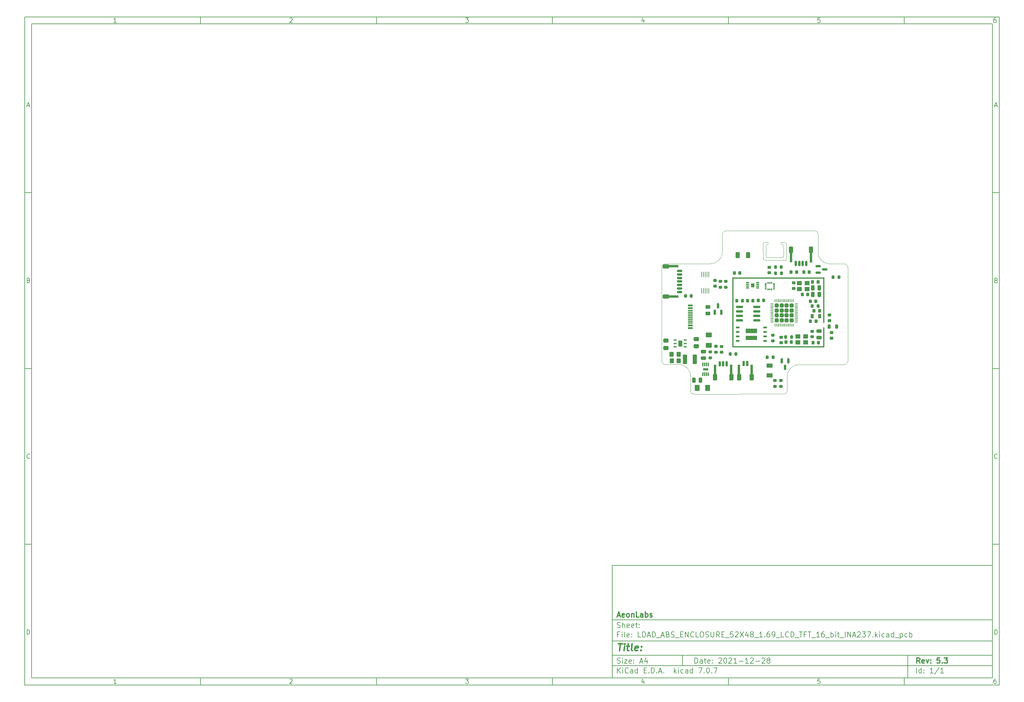
<source format=gbr>
G04 #@! TF.GenerationSoftware,KiCad,Pcbnew,7.0.7*
G04 #@! TF.CreationDate,2023-10-12T17:33:54+02:00*
G04 #@! TF.ProjectId,LDAD_ABS_ENCLOSURE_52X48_1.69_LCD_TFT_16_bit_INA237,4c444144-5f41-4425-935f-454e434c4f53,5.3*
G04 #@! TF.SameCoordinates,Original*
G04 #@! TF.FileFunction,Paste,Top*
G04 #@! TF.FilePolarity,Positive*
%FSLAX46Y46*%
G04 Gerber Fmt 4.6, Leading zero omitted, Abs format (unit mm)*
G04 Created by KiCad (PCBNEW 7.0.7) date 2023-10-12 17:33:54*
%MOMM*%
%LPD*%
G01*
G04 APERTURE LIST*
G04 Aperture macros list*
%AMRoundRect*
0 Rectangle with rounded corners*
0 $1 Rounding radius*
0 $2 $3 $4 $5 $6 $7 $8 $9 X,Y pos of 4 corners*
0 Add a 4 corners polygon primitive as box body*
4,1,4,$2,$3,$4,$5,$6,$7,$8,$9,$2,$3,0*
0 Add four circle primitives for the rounded corners*
1,1,$1+$1,$2,$3*
1,1,$1+$1,$4,$5*
1,1,$1+$1,$6,$7*
1,1,$1+$1,$8,$9*
0 Add four rect primitives between the rounded corners*
20,1,$1+$1,$2,$3,$4,$5,0*
20,1,$1+$1,$4,$5,$6,$7,0*
20,1,$1+$1,$6,$7,$8,$9,0*
20,1,$1+$1,$8,$9,$2,$3,0*%
G04 Aperture macros list end*
%ADD10C,0.100000*%
%ADD11C,0.150000*%
%ADD12C,0.300000*%
%ADD13C,0.400000*%
%ADD14C,0.010000*%
%ADD15RoundRect,0.150000X-0.150000X0.587500X-0.150000X-0.587500X0.150000X-0.587500X0.150000X0.587500X0*%
%ADD16RoundRect,0.200000X-0.275000X0.200000X-0.275000X-0.200000X0.275000X-0.200000X0.275000X0.200000X0*%
%ADD17RoundRect,0.250000X-0.350000X-0.450000X0.350000X-0.450000X0.350000X0.450000X-0.350000X0.450000X0*%
%ADD18RoundRect,0.250000X0.475000X-0.250000X0.475000X0.250000X-0.475000X0.250000X-0.475000X-0.250000X0*%
%ADD19R,0.800000X4.500000*%
%ADD20RoundRect,0.150000X-0.150000X-0.625000X0.150000X-0.625000X0.150000X0.625000X-0.150000X0.625000X0*%
%ADD21RoundRect,0.250000X-0.350000X-0.650000X0.350000X-0.650000X0.350000X0.650000X-0.350000X0.650000X0*%
%ADD22RoundRect,0.225000X0.250000X-0.225000X0.250000X0.225000X-0.250000X0.225000X-0.250000X-0.225000X0*%
%ADD23RoundRect,0.150000X-0.625000X0.150000X-0.625000X-0.150000X0.625000X-0.150000X0.625000X0.150000X0*%
%ADD24RoundRect,0.250000X-0.650000X0.350000X-0.650000X-0.350000X0.650000X-0.350000X0.650000X0.350000X0*%
%ADD25RoundRect,0.200000X0.200000X0.275000X-0.200000X0.275000X-0.200000X-0.275000X0.200000X-0.275000X0*%
%ADD26R,0.840000X0.420000*%
%ADD27RoundRect,0.225000X-0.225000X-0.250000X0.225000X-0.250000X0.225000X0.250000X-0.225000X0.250000X0*%
%ADD28RoundRect,0.225000X-0.250000X0.225000X-0.250000X-0.225000X0.250000X-0.225000X0.250000X0.225000X0*%
%ADD29RoundRect,0.012000X-0.138000X0.468000X-0.138000X-0.468000X0.138000X-0.468000X0.138000X0.468000X0*%
%ADD30RoundRect,0.225000X0.225000X0.250000X-0.225000X0.250000X-0.225000X-0.250000X0.225000X-0.250000X0*%
%ADD31RoundRect,0.200000X0.275000X-0.200000X0.275000X0.200000X-0.275000X0.200000X-0.275000X-0.200000X0*%
%ADD32RoundRect,0.150000X0.150000X-0.587500X0.150000X0.587500X-0.150000X0.587500X-0.150000X-0.587500X0*%
%ADD33RoundRect,0.250000X0.475000X-0.337500X0.475000X0.337500X-0.475000X0.337500X-0.475000X-0.337500X0*%
%ADD34RoundRect,0.200000X-0.200000X-0.275000X0.200000X-0.275000X0.200000X0.275000X-0.200000X0.275000X0*%
%ADD35RoundRect,0.250000X0.375000X1.075000X-0.375000X1.075000X-0.375000X-1.075000X0.375000X-1.075000X0*%
%ADD36R,0.580000X0.350000*%
%ADD37R,0.350000X0.580000*%
%ADD38RoundRect,0.100000X-0.100000X2.750000X-0.100000X-2.750000X0.100000X-2.750000X0.100000X2.750000X0*%
%ADD39RoundRect,0.100000X-0.100000X6.400000X-0.100000X-6.400000X0.100000X-6.400000X0.100000X6.400000X0*%
%ADD40RoundRect,0.102500X12.887500X0.102500X-12.887500X0.102500X-12.887500X-0.102500X12.887500X-0.102500X0*%
%ADD41RoundRect,0.097500X12.887500X0.097500X-12.887500X0.097500X-12.887500X-0.097500X12.887500X-0.097500X0*%
%ADD42RoundRect,0.102500X-0.102500X9.867500X-0.102500X-9.867500X0.102500X-9.867500X0.102500X9.867500X0*%
%ADD43RoundRect,0.250000X0.315000X0.315000X-0.315000X0.315000X-0.315000X-0.315000X0.315000X-0.315000X0*%
%ADD44RoundRect,0.050000X0.387500X0.050000X-0.387500X0.050000X-0.387500X-0.050000X0.387500X-0.050000X0*%
%ADD45RoundRect,0.050000X0.050000X0.387500X-0.050000X0.387500X-0.050000X-0.387500X0.050000X-0.387500X0*%
%ADD46RoundRect,0.250000X-0.475000X0.250000X-0.475000X-0.250000X0.475000X-0.250000X0.475000X0.250000X0*%
%ADD47RoundRect,0.150000X-0.587500X-0.150000X0.587500X-0.150000X0.587500X0.150000X-0.587500X0.150000X0*%
%ADD48RoundRect,0.250000X0.250000X0.475000X-0.250000X0.475000X-0.250000X-0.475000X0.250000X-0.475000X0*%
%ADD49RoundRect,0.250001X0.624999X-0.462499X0.624999X0.462499X-0.624999X0.462499X-0.624999X-0.462499X0*%
%ADD50RoundRect,0.150000X-0.825000X-0.150000X0.825000X-0.150000X0.825000X0.150000X-0.825000X0.150000X0*%
%ADD51R,1.400000X1.200000*%
%ADD52RoundRect,0.250000X-0.625000X0.375000X-0.625000X-0.375000X0.625000X-0.375000X0.625000X0.375000X0*%
%ADD53RoundRect,0.218750X0.218750X0.381250X-0.218750X0.381250X-0.218750X-0.381250X0.218750X-0.381250X0*%
%ADD54RoundRect,0.250000X-0.475000X0.337500X-0.475000X-0.337500X0.475000X-0.337500X0.475000X0.337500X0*%
%ADD55RoundRect,0.250000X-0.312500X-0.625000X0.312500X-0.625000X0.312500X0.625000X-0.312500X0.625000X0*%
%ADD56R,0.279400X1.536700*%
%ADD57RoundRect,0.150000X0.150000X0.625000X-0.150000X0.625000X-0.150000X-0.625000X0.150000X-0.625000X0*%
%ADD58RoundRect,0.250000X0.350000X0.650000X-0.350000X0.650000X-0.350000X-0.650000X0.350000X-0.650000X0*%
%ADD59R,0.850000X0.300000*%
%ADD60RoundRect,0.250000X-0.250000X-0.475000X0.250000X-0.475000X0.250000X0.475000X-0.250000X0.475000X0*%
%ADD61R,1.450000X0.600000*%
%ADD62R,1.450000X0.300000*%
%ADD63RoundRect,0.250000X0.450000X-0.262500X0.450000X0.262500X-0.450000X0.262500X-0.450000X-0.262500X0*%
%ADD64R,4.500000X0.800000*%
%ADD65RoundRect,0.250000X0.350000X0.450000X-0.350000X0.450000X-0.350000X-0.450000X0.350000X-0.450000X0*%
%ADD66RoundRect,0.066000X-0.404000X-0.154000X0.404000X-0.154000X0.404000X0.154000X-0.404000X0.154000X0*%
%ADD67RoundRect,0.250001X-0.462499X-0.624999X0.462499X-0.624999X0.462499X0.624999X-0.462499X0.624999X0*%
G04 #@! TA.AperFunction,Profile*
%ADD68C,0.100000*%
G04 #@! TD*
G04 #@! TA.AperFunction,Profile*
%ADD69C,0.120000*%
G04 #@! TD*
G04 APERTURE END LIST*
D10*
D11*
X177002200Y-166007200D02*
X285002200Y-166007200D01*
X285002200Y-198007200D01*
X177002200Y-198007200D01*
X177002200Y-166007200D01*
D10*
D11*
X10000000Y-10000000D02*
X287002200Y-10000000D01*
X287002200Y-200007200D01*
X10000000Y-200007200D01*
X10000000Y-10000000D01*
D10*
D11*
X12000000Y-12000000D02*
X285002200Y-12000000D01*
X285002200Y-198007200D01*
X12000000Y-198007200D01*
X12000000Y-12000000D01*
D10*
D11*
X60000000Y-12000000D02*
X60000000Y-10000000D01*
D10*
D11*
X110000000Y-12000000D02*
X110000000Y-10000000D01*
D10*
D11*
X160000000Y-12000000D02*
X160000000Y-10000000D01*
D10*
D11*
X210000000Y-12000000D02*
X210000000Y-10000000D01*
D10*
D11*
X260000000Y-12000000D02*
X260000000Y-10000000D01*
D10*
D11*
X36089160Y-11593604D02*
X35346303Y-11593604D01*
X35717731Y-11593604D02*
X35717731Y-10293604D01*
X35717731Y-10293604D02*
X35593922Y-10479319D01*
X35593922Y-10479319D02*
X35470112Y-10603128D01*
X35470112Y-10603128D02*
X35346303Y-10665033D01*
D10*
D11*
X85346303Y-10417414D02*
X85408207Y-10355509D01*
X85408207Y-10355509D02*
X85532017Y-10293604D01*
X85532017Y-10293604D02*
X85841541Y-10293604D01*
X85841541Y-10293604D02*
X85965350Y-10355509D01*
X85965350Y-10355509D02*
X86027255Y-10417414D01*
X86027255Y-10417414D02*
X86089160Y-10541223D01*
X86089160Y-10541223D02*
X86089160Y-10665033D01*
X86089160Y-10665033D02*
X86027255Y-10850747D01*
X86027255Y-10850747D02*
X85284398Y-11593604D01*
X85284398Y-11593604D02*
X86089160Y-11593604D01*
D10*
D11*
X135284398Y-10293604D02*
X136089160Y-10293604D01*
X136089160Y-10293604D02*
X135655826Y-10788842D01*
X135655826Y-10788842D02*
X135841541Y-10788842D01*
X135841541Y-10788842D02*
X135965350Y-10850747D01*
X135965350Y-10850747D02*
X136027255Y-10912652D01*
X136027255Y-10912652D02*
X136089160Y-11036461D01*
X136089160Y-11036461D02*
X136089160Y-11345985D01*
X136089160Y-11345985D02*
X136027255Y-11469795D01*
X136027255Y-11469795D02*
X135965350Y-11531700D01*
X135965350Y-11531700D02*
X135841541Y-11593604D01*
X135841541Y-11593604D02*
X135470112Y-11593604D01*
X135470112Y-11593604D02*
X135346303Y-11531700D01*
X135346303Y-11531700D02*
X135284398Y-11469795D01*
D10*
D11*
X185965350Y-10726938D02*
X185965350Y-11593604D01*
X185655826Y-10231700D02*
X185346303Y-11160271D01*
X185346303Y-11160271D02*
X186151064Y-11160271D01*
D10*
D11*
X236027255Y-10293604D02*
X235408207Y-10293604D01*
X235408207Y-10293604D02*
X235346303Y-10912652D01*
X235346303Y-10912652D02*
X235408207Y-10850747D01*
X235408207Y-10850747D02*
X235532017Y-10788842D01*
X235532017Y-10788842D02*
X235841541Y-10788842D01*
X235841541Y-10788842D02*
X235965350Y-10850747D01*
X235965350Y-10850747D02*
X236027255Y-10912652D01*
X236027255Y-10912652D02*
X236089160Y-11036461D01*
X236089160Y-11036461D02*
X236089160Y-11345985D01*
X236089160Y-11345985D02*
X236027255Y-11469795D01*
X236027255Y-11469795D02*
X235965350Y-11531700D01*
X235965350Y-11531700D02*
X235841541Y-11593604D01*
X235841541Y-11593604D02*
X235532017Y-11593604D01*
X235532017Y-11593604D02*
X235408207Y-11531700D01*
X235408207Y-11531700D02*
X235346303Y-11469795D01*
D10*
D11*
X285965350Y-10293604D02*
X285717731Y-10293604D01*
X285717731Y-10293604D02*
X285593922Y-10355509D01*
X285593922Y-10355509D02*
X285532017Y-10417414D01*
X285532017Y-10417414D02*
X285408207Y-10603128D01*
X285408207Y-10603128D02*
X285346303Y-10850747D01*
X285346303Y-10850747D02*
X285346303Y-11345985D01*
X285346303Y-11345985D02*
X285408207Y-11469795D01*
X285408207Y-11469795D02*
X285470112Y-11531700D01*
X285470112Y-11531700D02*
X285593922Y-11593604D01*
X285593922Y-11593604D02*
X285841541Y-11593604D01*
X285841541Y-11593604D02*
X285965350Y-11531700D01*
X285965350Y-11531700D02*
X286027255Y-11469795D01*
X286027255Y-11469795D02*
X286089160Y-11345985D01*
X286089160Y-11345985D02*
X286089160Y-11036461D01*
X286089160Y-11036461D02*
X286027255Y-10912652D01*
X286027255Y-10912652D02*
X285965350Y-10850747D01*
X285965350Y-10850747D02*
X285841541Y-10788842D01*
X285841541Y-10788842D02*
X285593922Y-10788842D01*
X285593922Y-10788842D02*
X285470112Y-10850747D01*
X285470112Y-10850747D02*
X285408207Y-10912652D01*
X285408207Y-10912652D02*
X285346303Y-11036461D01*
D10*
D11*
X60000000Y-198007200D02*
X60000000Y-200007200D01*
D10*
D11*
X110000000Y-198007200D02*
X110000000Y-200007200D01*
D10*
D11*
X160000000Y-198007200D02*
X160000000Y-200007200D01*
D10*
D11*
X210000000Y-198007200D02*
X210000000Y-200007200D01*
D10*
D11*
X260000000Y-198007200D02*
X260000000Y-200007200D01*
D10*
D11*
X36089160Y-199600804D02*
X35346303Y-199600804D01*
X35717731Y-199600804D02*
X35717731Y-198300804D01*
X35717731Y-198300804D02*
X35593922Y-198486519D01*
X35593922Y-198486519D02*
X35470112Y-198610328D01*
X35470112Y-198610328D02*
X35346303Y-198672233D01*
D10*
D11*
X85346303Y-198424614D02*
X85408207Y-198362709D01*
X85408207Y-198362709D02*
X85532017Y-198300804D01*
X85532017Y-198300804D02*
X85841541Y-198300804D01*
X85841541Y-198300804D02*
X85965350Y-198362709D01*
X85965350Y-198362709D02*
X86027255Y-198424614D01*
X86027255Y-198424614D02*
X86089160Y-198548423D01*
X86089160Y-198548423D02*
X86089160Y-198672233D01*
X86089160Y-198672233D02*
X86027255Y-198857947D01*
X86027255Y-198857947D02*
X85284398Y-199600804D01*
X85284398Y-199600804D02*
X86089160Y-199600804D01*
D10*
D11*
X135284398Y-198300804D02*
X136089160Y-198300804D01*
X136089160Y-198300804D02*
X135655826Y-198796042D01*
X135655826Y-198796042D02*
X135841541Y-198796042D01*
X135841541Y-198796042D02*
X135965350Y-198857947D01*
X135965350Y-198857947D02*
X136027255Y-198919852D01*
X136027255Y-198919852D02*
X136089160Y-199043661D01*
X136089160Y-199043661D02*
X136089160Y-199353185D01*
X136089160Y-199353185D02*
X136027255Y-199476995D01*
X136027255Y-199476995D02*
X135965350Y-199538900D01*
X135965350Y-199538900D02*
X135841541Y-199600804D01*
X135841541Y-199600804D02*
X135470112Y-199600804D01*
X135470112Y-199600804D02*
X135346303Y-199538900D01*
X135346303Y-199538900D02*
X135284398Y-199476995D01*
D10*
D11*
X185965350Y-198734138D02*
X185965350Y-199600804D01*
X185655826Y-198238900D02*
X185346303Y-199167471D01*
X185346303Y-199167471D02*
X186151064Y-199167471D01*
D10*
D11*
X236027255Y-198300804D02*
X235408207Y-198300804D01*
X235408207Y-198300804D02*
X235346303Y-198919852D01*
X235346303Y-198919852D02*
X235408207Y-198857947D01*
X235408207Y-198857947D02*
X235532017Y-198796042D01*
X235532017Y-198796042D02*
X235841541Y-198796042D01*
X235841541Y-198796042D02*
X235965350Y-198857947D01*
X235965350Y-198857947D02*
X236027255Y-198919852D01*
X236027255Y-198919852D02*
X236089160Y-199043661D01*
X236089160Y-199043661D02*
X236089160Y-199353185D01*
X236089160Y-199353185D02*
X236027255Y-199476995D01*
X236027255Y-199476995D02*
X235965350Y-199538900D01*
X235965350Y-199538900D02*
X235841541Y-199600804D01*
X235841541Y-199600804D02*
X235532017Y-199600804D01*
X235532017Y-199600804D02*
X235408207Y-199538900D01*
X235408207Y-199538900D02*
X235346303Y-199476995D01*
D10*
D11*
X285965350Y-198300804D02*
X285717731Y-198300804D01*
X285717731Y-198300804D02*
X285593922Y-198362709D01*
X285593922Y-198362709D02*
X285532017Y-198424614D01*
X285532017Y-198424614D02*
X285408207Y-198610328D01*
X285408207Y-198610328D02*
X285346303Y-198857947D01*
X285346303Y-198857947D02*
X285346303Y-199353185D01*
X285346303Y-199353185D02*
X285408207Y-199476995D01*
X285408207Y-199476995D02*
X285470112Y-199538900D01*
X285470112Y-199538900D02*
X285593922Y-199600804D01*
X285593922Y-199600804D02*
X285841541Y-199600804D01*
X285841541Y-199600804D02*
X285965350Y-199538900D01*
X285965350Y-199538900D02*
X286027255Y-199476995D01*
X286027255Y-199476995D02*
X286089160Y-199353185D01*
X286089160Y-199353185D02*
X286089160Y-199043661D01*
X286089160Y-199043661D02*
X286027255Y-198919852D01*
X286027255Y-198919852D02*
X285965350Y-198857947D01*
X285965350Y-198857947D02*
X285841541Y-198796042D01*
X285841541Y-198796042D02*
X285593922Y-198796042D01*
X285593922Y-198796042D02*
X285470112Y-198857947D01*
X285470112Y-198857947D02*
X285408207Y-198919852D01*
X285408207Y-198919852D02*
X285346303Y-199043661D01*
D10*
D11*
X10000000Y-60000000D02*
X12000000Y-60000000D01*
D10*
D11*
X10000000Y-110000000D02*
X12000000Y-110000000D01*
D10*
D11*
X10000000Y-160000000D02*
X12000000Y-160000000D01*
D10*
D11*
X10690476Y-35222176D02*
X11309523Y-35222176D01*
X10566666Y-35593604D02*
X10999999Y-34293604D01*
X10999999Y-34293604D02*
X11433333Y-35593604D01*
D10*
D11*
X11092857Y-84912652D02*
X11278571Y-84974557D01*
X11278571Y-84974557D02*
X11340476Y-85036461D01*
X11340476Y-85036461D02*
X11402380Y-85160271D01*
X11402380Y-85160271D02*
X11402380Y-85345985D01*
X11402380Y-85345985D02*
X11340476Y-85469795D01*
X11340476Y-85469795D02*
X11278571Y-85531700D01*
X11278571Y-85531700D02*
X11154761Y-85593604D01*
X11154761Y-85593604D02*
X10659523Y-85593604D01*
X10659523Y-85593604D02*
X10659523Y-84293604D01*
X10659523Y-84293604D02*
X11092857Y-84293604D01*
X11092857Y-84293604D02*
X11216666Y-84355509D01*
X11216666Y-84355509D02*
X11278571Y-84417414D01*
X11278571Y-84417414D02*
X11340476Y-84541223D01*
X11340476Y-84541223D02*
X11340476Y-84665033D01*
X11340476Y-84665033D02*
X11278571Y-84788842D01*
X11278571Y-84788842D02*
X11216666Y-84850747D01*
X11216666Y-84850747D02*
X11092857Y-84912652D01*
X11092857Y-84912652D02*
X10659523Y-84912652D01*
D10*
D11*
X11402380Y-135469795D02*
X11340476Y-135531700D01*
X11340476Y-135531700D02*
X11154761Y-135593604D01*
X11154761Y-135593604D02*
X11030952Y-135593604D01*
X11030952Y-135593604D02*
X10845238Y-135531700D01*
X10845238Y-135531700D02*
X10721428Y-135407890D01*
X10721428Y-135407890D02*
X10659523Y-135284080D01*
X10659523Y-135284080D02*
X10597619Y-135036461D01*
X10597619Y-135036461D02*
X10597619Y-134850747D01*
X10597619Y-134850747D02*
X10659523Y-134603128D01*
X10659523Y-134603128D02*
X10721428Y-134479319D01*
X10721428Y-134479319D02*
X10845238Y-134355509D01*
X10845238Y-134355509D02*
X11030952Y-134293604D01*
X11030952Y-134293604D02*
X11154761Y-134293604D01*
X11154761Y-134293604D02*
X11340476Y-134355509D01*
X11340476Y-134355509D02*
X11402380Y-134417414D01*
D10*
D11*
X10659523Y-185593604D02*
X10659523Y-184293604D01*
X10659523Y-184293604D02*
X10969047Y-184293604D01*
X10969047Y-184293604D02*
X11154761Y-184355509D01*
X11154761Y-184355509D02*
X11278571Y-184479319D01*
X11278571Y-184479319D02*
X11340476Y-184603128D01*
X11340476Y-184603128D02*
X11402380Y-184850747D01*
X11402380Y-184850747D02*
X11402380Y-185036461D01*
X11402380Y-185036461D02*
X11340476Y-185284080D01*
X11340476Y-185284080D02*
X11278571Y-185407890D01*
X11278571Y-185407890D02*
X11154761Y-185531700D01*
X11154761Y-185531700D02*
X10969047Y-185593604D01*
X10969047Y-185593604D02*
X10659523Y-185593604D01*
D10*
D11*
X287002200Y-60000000D02*
X285002200Y-60000000D01*
D10*
D11*
X287002200Y-110000000D02*
X285002200Y-110000000D01*
D10*
D11*
X287002200Y-160000000D02*
X285002200Y-160000000D01*
D10*
D11*
X285692676Y-35222176D02*
X286311723Y-35222176D01*
X285568866Y-35593604D02*
X286002199Y-34293604D01*
X286002199Y-34293604D02*
X286435533Y-35593604D01*
D10*
D11*
X286095057Y-84912652D02*
X286280771Y-84974557D01*
X286280771Y-84974557D02*
X286342676Y-85036461D01*
X286342676Y-85036461D02*
X286404580Y-85160271D01*
X286404580Y-85160271D02*
X286404580Y-85345985D01*
X286404580Y-85345985D02*
X286342676Y-85469795D01*
X286342676Y-85469795D02*
X286280771Y-85531700D01*
X286280771Y-85531700D02*
X286156961Y-85593604D01*
X286156961Y-85593604D02*
X285661723Y-85593604D01*
X285661723Y-85593604D02*
X285661723Y-84293604D01*
X285661723Y-84293604D02*
X286095057Y-84293604D01*
X286095057Y-84293604D02*
X286218866Y-84355509D01*
X286218866Y-84355509D02*
X286280771Y-84417414D01*
X286280771Y-84417414D02*
X286342676Y-84541223D01*
X286342676Y-84541223D02*
X286342676Y-84665033D01*
X286342676Y-84665033D02*
X286280771Y-84788842D01*
X286280771Y-84788842D02*
X286218866Y-84850747D01*
X286218866Y-84850747D02*
X286095057Y-84912652D01*
X286095057Y-84912652D02*
X285661723Y-84912652D01*
D10*
D11*
X286404580Y-135469795D02*
X286342676Y-135531700D01*
X286342676Y-135531700D02*
X286156961Y-135593604D01*
X286156961Y-135593604D02*
X286033152Y-135593604D01*
X286033152Y-135593604D02*
X285847438Y-135531700D01*
X285847438Y-135531700D02*
X285723628Y-135407890D01*
X285723628Y-135407890D02*
X285661723Y-135284080D01*
X285661723Y-135284080D02*
X285599819Y-135036461D01*
X285599819Y-135036461D02*
X285599819Y-134850747D01*
X285599819Y-134850747D02*
X285661723Y-134603128D01*
X285661723Y-134603128D02*
X285723628Y-134479319D01*
X285723628Y-134479319D02*
X285847438Y-134355509D01*
X285847438Y-134355509D02*
X286033152Y-134293604D01*
X286033152Y-134293604D02*
X286156961Y-134293604D01*
X286156961Y-134293604D02*
X286342676Y-134355509D01*
X286342676Y-134355509D02*
X286404580Y-134417414D01*
D10*
D11*
X285661723Y-185593604D02*
X285661723Y-184293604D01*
X285661723Y-184293604D02*
X285971247Y-184293604D01*
X285971247Y-184293604D02*
X286156961Y-184355509D01*
X286156961Y-184355509D02*
X286280771Y-184479319D01*
X286280771Y-184479319D02*
X286342676Y-184603128D01*
X286342676Y-184603128D02*
X286404580Y-184850747D01*
X286404580Y-184850747D02*
X286404580Y-185036461D01*
X286404580Y-185036461D02*
X286342676Y-185284080D01*
X286342676Y-185284080D02*
X286280771Y-185407890D01*
X286280771Y-185407890D02*
X286156961Y-185531700D01*
X286156961Y-185531700D02*
X285971247Y-185593604D01*
X285971247Y-185593604D02*
X285661723Y-185593604D01*
D10*
D11*
X200458026Y-193793328D02*
X200458026Y-192293328D01*
X200458026Y-192293328D02*
X200815169Y-192293328D01*
X200815169Y-192293328D02*
X201029455Y-192364757D01*
X201029455Y-192364757D02*
X201172312Y-192507614D01*
X201172312Y-192507614D02*
X201243741Y-192650471D01*
X201243741Y-192650471D02*
X201315169Y-192936185D01*
X201315169Y-192936185D02*
X201315169Y-193150471D01*
X201315169Y-193150471D02*
X201243741Y-193436185D01*
X201243741Y-193436185D02*
X201172312Y-193579042D01*
X201172312Y-193579042D02*
X201029455Y-193721900D01*
X201029455Y-193721900D02*
X200815169Y-193793328D01*
X200815169Y-193793328D02*
X200458026Y-193793328D01*
X202600884Y-193793328D02*
X202600884Y-193007614D01*
X202600884Y-193007614D02*
X202529455Y-192864757D01*
X202529455Y-192864757D02*
X202386598Y-192793328D01*
X202386598Y-192793328D02*
X202100884Y-192793328D01*
X202100884Y-192793328D02*
X201958026Y-192864757D01*
X202600884Y-193721900D02*
X202458026Y-193793328D01*
X202458026Y-193793328D02*
X202100884Y-193793328D01*
X202100884Y-193793328D02*
X201958026Y-193721900D01*
X201958026Y-193721900D02*
X201886598Y-193579042D01*
X201886598Y-193579042D02*
X201886598Y-193436185D01*
X201886598Y-193436185D02*
X201958026Y-193293328D01*
X201958026Y-193293328D02*
X202100884Y-193221900D01*
X202100884Y-193221900D02*
X202458026Y-193221900D01*
X202458026Y-193221900D02*
X202600884Y-193150471D01*
X203100884Y-192793328D02*
X203672312Y-192793328D01*
X203315169Y-192293328D02*
X203315169Y-193579042D01*
X203315169Y-193579042D02*
X203386598Y-193721900D01*
X203386598Y-193721900D02*
X203529455Y-193793328D01*
X203529455Y-193793328D02*
X203672312Y-193793328D01*
X204743741Y-193721900D02*
X204600884Y-193793328D01*
X204600884Y-193793328D02*
X204315170Y-193793328D01*
X204315170Y-193793328D02*
X204172312Y-193721900D01*
X204172312Y-193721900D02*
X204100884Y-193579042D01*
X204100884Y-193579042D02*
X204100884Y-193007614D01*
X204100884Y-193007614D02*
X204172312Y-192864757D01*
X204172312Y-192864757D02*
X204315170Y-192793328D01*
X204315170Y-192793328D02*
X204600884Y-192793328D01*
X204600884Y-192793328D02*
X204743741Y-192864757D01*
X204743741Y-192864757D02*
X204815170Y-193007614D01*
X204815170Y-193007614D02*
X204815170Y-193150471D01*
X204815170Y-193150471D02*
X204100884Y-193293328D01*
X205458026Y-193650471D02*
X205529455Y-193721900D01*
X205529455Y-193721900D02*
X205458026Y-193793328D01*
X205458026Y-193793328D02*
X205386598Y-193721900D01*
X205386598Y-193721900D02*
X205458026Y-193650471D01*
X205458026Y-193650471D02*
X205458026Y-193793328D01*
X205458026Y-192864757D02*
X205529455Y-192936185D01*
X205529455Y-192936185D02*
X205458026Y-193007614D01*
X205458026Y-193007614D02*
X205386598Y-192936185D01*
X205386598Y-192936185D02*
X205458026Y-192864757D01*
X205458026Y-192864757D02*
X205458026Y-193007614D01*
X207243741Y-192436185D02*
X207315169Y-192364757D01*
X207315169Y-192364757D02*
X207458027Y-192293328D01*
X207458027Y-192293328D02*
X207815169Y-192293328D01*
X207815169Y-192293328D02*
X207958027Y-192364757D01*
X207958027Y-192364757D02*
X208029455Y-192436185D01*
X208029455Y-192436185D02*
X208100884Y-192579042D01*
X208100884Y-192579042D02*
X208100884Y-192721900D01*
X208100884Y-192721900D02*
X208029455Y-192936185D01*
X208029455Y-192936185D02*
X207172312Y-193793328D01*
X207172312Y-193793328D02*
X208100884Y-193793328D01*
X209029455Y-192293328D02*
X209172312Y-192293328D01*
X209172312Y-192293328D02*
X209315169Y-192364757D01*
X209315169Y-192364757D02*
X209386598Y-192436185D01*
X209386598Y-192436185D02*
X209458026Y-192579042D01*
X209458026Y-192579042D02*
X209529455Y-192864757D01*
X209529455Y-192864757D02*
X209529455Y-193221900D01*
X209529455Y-193221900D02*
X209458026Y-193507614D01*
X209458026Y-193507614D02*
X209386598Y-193650471D01*
X209386598Y-193650471D02*
X209315169Y-193721900D01*
X209315169Y-193721900D02*
X209172312Y-193793328D01*
X209172312Y-193793328D02*
X209029455Y-193793328D01*
X209029455Y-193793328D02*
X208886598Y-193721900D01*
X208886598Y-193721900D02*
X208815169Y-193650471D01*
X208815169Y-193650471D02*
X208743740Y-193507614D01*
X208743740Y-193507614D02*
X208672312Y-193221900D01*
X208672312Y-193221900D02*
X208672312Y-192864757D01*
X208672312Y-192864757D02*
X208743740Y-192579042D01*
X208743740Y-192579042D02*
X208815169Y-192436185D01*
X208815169Y-192436185D02*
X208886598Y-192364757D01*
X208886598Y-192364757D02*
X209029455Y-192293328D01*
X210100883Y-192436185D02*
X210172311Y-192364757D01*
X210172311Y-192364757D02*
X210315169Y-192293328D01*
X210315169Y-192293328D02*
X210672311Y-192293328D01*
X210672311Y-192293328D02*
X210815169Y-192364757D01*
X210815169Y-192364757D02*
X210886597Y-192436185D01*
X210886597Y-192436185D02*
X210958026Y-192579042D01*
X210958026Y-192579042D02*
X210958026Y-192721900D01*
X210958026Y-192721900D02*
X210886597Y-192936185D01*
X210886597Y-192936185D02*
X210029454Y-193793328D01*
X210029454Y-193793328D02*
X210958026Y-193793328D01*
X212386597Y-193793328D02*
X211529454Y-193793328D01*
X211958025Y-193793328D02*
X211958025Y-192293328D01*
X211958025Y-192293328D02*
X211815168Y-192507614D01*
X211815168Y-192507614D02*
X211672311Y-192650471D01*
X211672311Y-192650471D02*
X211529454Y-192721900D01*
X213029453Y-193221900D02*
X214172311Y-193221900D01*
X215672311Y-193793328D02*
X214815168Y-193793328D01*
X215243739Y-193793328D02*
X215243739Y-192293328D01*
X215243739Y-192293328D02*
X215100882Y-192507614D01*
X215100882Y-192507614D02*
X214958025Y-192650471D01*
X214958025Y-192650471D02*
X214815168Y-192721900D01*
X216243739Y-192436185D02*
X216315167Y-192364757D01*
X216315167Y-192364757D02*
X216458025Y-192293328D01*
X216458025Y-192293328D02*
X216815167Y-192293328D01*
X216815167Y-192293328D02*
X216958025Y-192364757D01*
X216958025Y-192364757D02*
X217029453Y-192436185D01*
X217029453Y-192436185D02*
X217100882Y-192579042D01*
X217100882Y-192579042D02*
X217100882Y-192721900D01*
X217100882Y-192721900D02*
X217029453Y-192936185D01*
X217029453Y-192936185D02*
X216172310Y-193793328D01*
X216172310Y-193793328D02*
X217100882Y-193793328D01*
X217743738Y-193221900D02*
X218886596Y-193221900D01*
X219529453Y-192436185D02*
X219600881Y-192364757D01*
X219600881Y-192364757D02*
X219743739Y-192293328D01*
X219743739Y-192293328D02*
X220100881Y-192293328D01*
X220100881Y-192293328D02*
X220243739Y-192364757D01*
X220243739Y-192364757D02*
X220315167Y-192436185D01*
X220315167Y-192436185D02*
X220386596Y-192579042D01*
X220386596Y-192579042D02*
X220386596Y-192721900D01*
X220386596Y-192721900D02*
X220315167Y-192936185D01*
X220315167Y-192936185D02*
X219458024Y-193793328D01*
X219458024Y-193793328D02*
X220386596Y-193793328D01*
X221243738Y-192936185D02*
X221100881Y-192864757D01*
X221100881Y-192864757D02*
X221029452Y-192793328D01*
X221029452Y-192793328D02*
X220958024Y-192650471D01*
X220958024Y-192650471D02*
X220958024Y-192579042D01*
X220958024Y-192579042D02*
X221029452Y-192436185D01*
X221029452Y-192436185D02*
X221100881Y-192364757D01*
X221100881Y-192364757D02*
X221243738Y-192293328D01*
X221243738Y-192293328D02*
X221529452Y-192293328D01*
X221529452Y-192293328D02*
X221672310Y-192364757D01*
X221672310Y-192364757D02*
X221743738Y-192436185D01*
X221743738Y-192436185D02*
X221815167Y-192579042D01*
X221815167Y-192579042D02*
X221815167Y-192650471D01*
X221815167Y-192650471D02*
X221743738Y-192793328D01*
X221743738Y-192793328D02*
X221672310Y-192864757D01*
X221672310Y-192864757D02*
X221529452Y-192936185D01*
X221529452Y-192936185D02*
X221243738Y-192936185D01*
X221243738Y-192936185D02*
X221100881Y-193007614D01*
X221100881Y-193007614D02*
X221029452Y-193079042D01*
X221029452Y-193079042D02*
X220958024Y-193221900D01*
X220958024Y-193221900D02*
X220958024Y-193507614D01*
X220958024Y-193507614D02*
X221029452Y-193650471D01*
X221029452Y-193650471D02*
X221100881Y-193721900D01*
X221100881Y-193721900D02*
X221243738Y-193793328D01*
X221243738Y-193793328D02*
X221529452Y-193793328D01*
X221529452Y-193793328D02*
X221672310Y-193721900D01*
X221672310Y-193721900D02*
X221743738Y-193650471D01*
X221743738Y-193650471D02*
X221815167Y-193507614D01*
X221815167Y-193507614D02*
X221815167Y-193221900D01*
X221815167Y-193221900D02*
X221743738Y-193079042D01*
X221743738Y-193079042D02*
X221672310Y-193007614D01*
X221672310Y-193007614D02*
X221529452Y-192936185D01*
D10*
D11*
X177002200Y-194507200D02*
X285002200Y-194507200D01*
D10*
D11*
X178458026Y-196593328D02*
X178458026Y-195093328D01*
X179315169Y-196593328D02*
X178672312Y-195736185D01*
X179315169Y-195093328D02*
X178458026Y-195950471D01*
X179958026Y-196593328D02*
X179958026Y-195593328D01*
X179958026Y-195093328D02*
X179886598Y-195164757D01*
X179886598Y-195164757D02*
X179958026Y-195236185D01*
X179958026Y-195236185D02*
X180029455Y-195164757D01*
X180029455Y-195164757D02*
X179958026Y-195093328D01*
X179958026Y-195093328D02*
X179958026Y-195236185D01*
X181529455Y-196450471D02*
X181458027Y-196521900D01*
X181458027Y-196521900D02*
X181243741Y-196593328D01*
X181243741Y-196593328D02*
X181100884Y-196593328D01*
X181100884Y-196593328D02*
X180886598Y-196521900D01*
X180886598Y-196521900D02*
X180743741Y-196379042D01*
X180743741Y-196379042D02*
X180672312Y-196236185D01*
X180672312Y-196236185D02*
X180600884Y-195950471D01*
X180600884Y-195950471D02*
X180600884Y-195736185D01*
X180600884Y-195736185D02*
X180672312Y-195450471D01*
X180672312Y-195450471D02*
X180743741Y-195307614D01*
X180743741Y-195307614D02*
X180886598Y-195164757D01*
X180886598Y-195164757D02*
X181100884Y-195093328D01*
X181100884Y-195093328D02*
X181243741Y-195093328D01*
X181243741Y-195093328D02*
X181458027Y-195164757D01*
X181458027Y-195164757D02*
X181529455Y-195236185D01*
X182815170Y-196593328D02*
X182815170Y-195807614D01*
X182815170Y-195807614D02*
X182743741Y-195664757D01*
X182743741Y-195664757D02*
X182600884Y-195593328D01*
X182600884Y-195593328D02*
X182315170Y-195593328D01*
X182315170Y-195593328D02*
X182172312Y-195664757D01*
X182815170Y-196521900D02*
X182672312Y-196593328D01*
X182672312Y-196593328D02*
X182315170Y-196593328D01*
X182315170Y-196593328D02*
X182172312Y-196521900D01*
X182172312Y-196521900D02*
X182100884Y-196379042D01*
X182100884Y-196379042D02*
X182100884Y-196236185D01*
X182100884Y-196236185D02*
X182172312Y-196093328D01*
X182172312Y-196093328D02*
X182315170Y-196021900D01*
X182315170Y-196021900D02*
X182672312Y-196021900D01*
X182672312Y-196021900D02*
X182815170Y-195950471D01*
X184172313Y-196593328D02*
X184172313Y-195093328D01*
X184172313Y-196521900D02*
X184029455Y-196593328D01*
X184029455Y-196593328D02*
X183743741Y-196593328D01*
X183743741Y-196593328D02*
X183600884Y-196521900D01*
X183600884Y-196521900D02*
X183529455Y-196450471D01*
X183529455Y-196450471D02*
X183458027Y-196307614D01*
X183458027Y-196307614D02*
X183458027Y-195879042D01*
X183458027Y-195879042D02*
X183529455Y-195736185D01*
X183529455Y-195736185D02*
X183600884Y-195664757D01*
X183600884Y-195664757D02*
X183743741Y-195593328D01*
X183743741Y-195593328D02*
X184029455Y-195593328D01*
X184029455Y-195593328D02*
X184172313Y-195664757D01*
X186029455Y-195807614D02*
X186529455Y-195807614D01*
X186743741Y-196593328D02*
X186029455Y-196593328D01*
X186029455Y-196593328D02*
X186029455Y-195093328D01*
X186029455Y-195093328D02*
X186743741Y-195093328D01*
X187386598Y-196450471D02*
X187458027Y-196521900D01*
X187458027Y-196521900D02*
X187386598Y-196593328D01*
X187386598Y-196593328D02*
X187315170Y-196521900D01*
X187315170Y-196521900D02*
X187386598Y-196450471D01*
X187386598Y-196450471D02*
X187386598Y-196593328D01*
X188100884Y-196593328D02*
X188100884Y-195093328D01*
X188100884Y-195093328D02*
X188458027Y-195093328D01*
X188458027Y-195093328D02*
X188672313Y-195164757D01*
X188672313Y-195164757D02*
X188815170Y-195307614D01*
X188815170Y-195307614D02*
X188886599Y-195450471D01*
X188886599Y-195450471D02*
X188958027Y-195736185D01*
X188958027Y-195736185D02*
X188958027Y-195950471D01*
X188958027Y-195950471D02*
X188886599Y-196236185D01*
X188886599Y-196236185D02*
X188815170Y-196379042D01*
X188815170Y-196379042D02*
X188672313Y-196521900D01*
X188672313Y-196521900D02*
X188458027Y-196593328D01*
X188458027Y-196593328D02*
X188100884Y-196593328D01*
X189600884Y-196450471D02*
X189672313Y-196521900D01*
X189672313Y-196521900D02*
X189600884Y-196593328D01*
X189600884Y-196593328D02*
X189529456Y-196521900D01*
X189529456Y-196521900D02*
X189600884Y-196450471D01*
X189600884Y-196450471D02*
X189600884Y-196593328D01*
X190243742Y-196164757D02*
X190958028Y-196164757D01*
X190100885Y-196593328D02*
X190600885Y-195093328D01*
X190600885Y-195093328D02*
X191100885Y-196593328D01*
X191600884Y-196450471D02*
X191672313Y-196521900D01*
X191672313Y-196521900D02*
X191600884Y-196593328D01*
X191600884Y-196593328D02*
X191529456Y-196521900D01*
X191529456Y-196521900D02*
X191600884Y-196450471D01*
X191600884Y-196450471D02*
X191600884Y-196593328D01*
X194600884Y-196593328D02*
X194600884Y-195093328D01*
X194743742Y-196021900D02*
X195172313Y-196593328D01*
X195172313Y-195593328D02*
X194600884Y-196164757D01*
X195815170Y-196593328D02*
X195815170Y-195593328D01*
X195815170Y-195093328D02*
X195743742Y-195164757D01*
X195743742Y-195164757D02*
X195815170Y-195236185D01*
X195815170Y-195236185D02*
X195886599Y-195164757D01*
X195886599Y-195164757D02*
X195815170Y-195093328D01*
X195815170Y-195093328D02*
X195815170Y-195236185D01*
X197172314Y-196521900D02*
X197029456Y-196593328D01*
X197029456Y-196593328D02*
X196743742Y-196593328D01*
X196743742Y-196593328D02*
X196600885Y-196521900D01*
X196600885Y-196521900D02*
X196529456Y-196450471D01*
X196529456Y-196450471D02*
X196458028Y-196307614D01*
X196458028Y-196307614D02*
X196458028Y-195879042D01*
X196458028Y-195879042D02*
X196529456Y-195736185D01*
X196529456Y-195736185D02*
X196600885Y-195664757D01*
X196600885Y-195664757D02*
X196743742Y-195593328D01*
X196743742Y-195593328D02*
X197029456Y-195593328D01*
X197029456Y-195593328D02*
X197172314Y-195664757D01*
X198458028Y-196593328D02*
X198458028Y-195807614D01*
X198458028Y-195807614D02*
X198386599Y-195664757D01*
X198386599Y-195664757D02*
X198243742Y-195593328D01*
X198243742Y-195593328D02*
X197958028Y-195593328D01*
X197958028Y-195593328D02*
X197815170Y-195664757D01*
X198458028Y-196521900D02*
X198315170Y-196593328D01*
X198315170Y-196593328D02*
X197958028Y-196593328D01*
X197958028Y-196593328D02*
X197815170Y-196521900D01*
X197815170Y-196521900D02*
X197743742Y-196379042D01*
X197743742Y-196379042D02*
X197743742Y-196236185D01*
X197743742Y-196236185D02*
X197815170Y-196093328D01*
X197815170Y-196093328D02*
X197958028Y-196021900D01*
X197958028Y-196021900D02*
X198315170Y-196021900D01*
X198315170Y-196021900D02*
X198458028Y-195950471D01*
X199815171Y-196593328D02*
X199815171Y-195093328D01*
X199815171Y-196521900D02*
X199672313Y-196593328D01*
X199672313Y-196593328D02*
X199386599Y-196593328D01*
X199386599Y-196593328D02*
X199243742Y-196521900D01*
X199243742Y-196521900D02*
X199172313Y-196450471D01*
X199172313Y-196450471D02*
X199100885Y-196307614D01*
X199100885Y-196307614D02*
X199100885Y-195879042D01*
X199100885Y-195879042D02*
X199172313Y-195736185D01*
X199172313Y-195736185D02*
X199243742Y-195664757D01*
X199243742Y-195664757D02*
X199386599Y-195593328D01*
X199386599Y-195593328D02*
X199672313Y-195593328D01*
X199672313Y-195593328D02*
X199815171Y-195664757D01*
X201529456Y-195093328D02*
X202529456Y-195093328D01*
X202529456Y-195093328D02*
X201886599Y-196593328D01*
X203100884Y-196450471D02*
X203172313Y-196521900D01*
X203172313Y-196521900D02*
X203100884Y-196593328D01*
X203100884Y-196593328D02*
X203029456Y-196521900D01*
X203029456Y-196521900D02*
X203100884Y-196450471D01*
X203100884Y-196450471D02*
X203100884Y-196593328D01*
X204100885Y-195093328D02*
X204243742Y-195093328D01*
X204243742Y-195093328D02*
X204386599Y-195164757D01*
X204386599Y-195164757D02*
X204458028Y-195236185D01*
X204458028Y-195236185D02*
X204529456Y-195379042D01*
X204529456Y-195379042D02*
X204600885Y-195664757D01*
X204600885Y-195664757D02*
X204600885Y-196021900D01*
X204600885Y-196021900D02*
X204529456Y-196307614D01*
X204529456Y-196307614D02*
X204458028Y-196450471D01*
X204458028Y-196450471D02*
X204386599Y-196521900D01*
X204386599Y-196521900D02*
X204243742Y-196593328D01*
X204243742Y-196593328D02*
X204100885Y-196593328D01*
X204100885Y-196593328D02*
X203958028Y-196521900D01*
X203958028Y-196521900D02*
X203886599Y-196450471D01*
X203886599Y-196450471D02*
X203815170Y-196307614D01*
X203815170Y-196307614D02*
X203743742Y-196021900D01*
X203743742Y-196021900D02*
X203743742Y-195664757D01*
X203743742Y-195664757D02*
X203815170Y-195379042D01*
X203815170Y-195379042D02*
X203886599Y-195236185D01*
X203886599Y-195236185D02*
X203958028Y-195164757D01*
X203958028Y-195164757D02*
X204100885Y-195093328D01*
X205243741Y-196450471D02*
X205315170Y-196521900D01*
X205315170Y-196521900D02*
X205243741Y-196593328D01*
X205243741Y-196593328D02*
X205172313Y-196521900D01*
X205172313Y-196521900D02*
X205243741Y-196450471D01*
X205243741Y-196450471D02*
X205243741Y-196593328D01*
X205815170Y-195093328D02*
X206815170Y-195093328D01*
X206815170Y-195093328D02*
X206172313Y-196593328D01*
D10*
D11*
X177002200Y-191507200D02*
X285002200Y-191507200D01*
D10*
D12*
X264413853Y-193785528D02*
X263913853Y-193071242D01*
X263556710Y-193785528D02*
X263556710Y-192285528D01*
X263556710Y-192285528D02*
X264128139Y-192285528D01*
X264128139Y-192285528D02*
X264270996Y-192356957D01*
X264270996Y-192356957D02*
X264342425Y-192428385D01*
X264342425Y-192428385D02*
X264413853Y-192571242D01*
X264413853Y-192571242D02*
X264413853Y-192785528D01*
X264413853Y-192785528D02*
X264342425Y-192928385D01*
X264342425Y-192928385D02*
X264270996Y-192999814D01*
X264270996Y-192999814D02*
X264128139Y-193071242D01*
X264128139Y-193071242D02*
X263556710Y-193071242D01*
X265628139Y-193714100D02*
X265485282Y-193785528D01*
X265485282Y-193785528D02*
X265199568Y-193785528D01*
X265199568Y-193785528D02*
X265056710Y-193714100D01*
X265056710Y-193714100D02*
X264985282Y-193571242D01*
X264985282Y-193571242D02*
X264985282Y-192999814D01*
X264985282Y-192999814D02*
X265056710Y-192856957D01*
X265056710Y-192856957D02*
X265199568Y-192785528D01*
X265199568Y-192785528D02*
X265485282Y-192785528D01*
X265485282Y-192785528D02*
X265628139Y-192856957D01*
X265628139Y-192856957D02*
X265699568Y-192999814D01*
X265699568Y-192999814D02*
X265699568Y-193142671D01*
X265699568Y-193142671D02*
X264985282Y-193285528D01*
X266199567Y-192785528D02*
X266556710Y-193785528D01*
X266556710Y-193785528D02*
X266913853Y-192785528D01*
X267485281Y-193642671D02*
X267556710Y-193714100D01*
X267556710Y-193714100D02*
X267485281Y-193785528D01*
X267485281Y-193785528D02*
X267413853Y-193714100D01*
X267413853Y-193714100D02*
X267485281Y-193642671D01*
X267485281Y-193642671D02*
X267485281Y-193785528D01*
X267485281Y-192856957D02*
X267556710Y-192928385D01*
X267556710Y-192928385D02*
X267485281Y-192999814D01*
X267485281Y-192999814D02*
X267413853Y-192928385D01*
X267413853Y-192928385D02*
X267485281Y-192856957D01*
X267485281Y-192856957D02*
X267485281Y-192999814D01*
X270056710Y-192285528D02*
X269342424Y-192285528D01*
X269342424Y-192285528D02*
X269270996Y-192999814D01*
X269270996Y-192999814D02*
X269342424Y-192928385D01*
X269342424Y-192928385D02*
X269485282Y-192856957D01*
X269485282Y-192856957D02*
X269842424Y-192856957D01*
X269842424Y-192856957D02*
X269985282Y-192928385D01*
X269985282Y-192928385D02*
X270056710Y-192999814D01*
X270056710Y-192999814D02*
X270128139Y-193142671D01*
X270128139Y-193142671D02*
X270128139Y-193499814D01*
X270128139Y-193499814D02*
X270056710Y-193642671D01*
X270056710Y-193642671D02*
X269985282Y-193714100D01*
X269985282Y-193714100D02*
X269842424Y-193785528D01*
X269842424Y-193785528D02*
X269485282Y-193785528D01*
X269485282Y-193785528D02*
X269342424Y-193714100D01*
X269342424Y-193714100D02*
X269270996Y-193642671D01*
X270770995Y-193642671D02*
X270842424Y-193714100D01*
X270842424Y-193714100D02*
X270770995Y-193785528D01*
X270770995Y-193785528D02*
X270699567Y-193714100D01*
X270699567Y-193714100D02*
X270770995Y-193642671D01*
X270770995Y-193642671D02*
X270770995Y-193785528D01*
X271342424Y-192285528D02*
X272270996Y-192285528D01*
X272270996Y-192285528D02*
X271770996Y-192856957D01*
X271770996Y-192856957D02*
X271985281Y-192856957D01*
X271985281Y-192856957D02*
X272128139Y-192928385D01*
X272128139Y-192928385D02*
X272199567Y-192999814D01*
X272199567Y-192999814D02*
X272270996Y-193142671D01*
X272270996Y-193142671D02*
X272270996Y-193499814D01*
X272270996Y-193499814D02*
X272199567Y-193642671D01*
X272199567Y-193642671D02*
X272128139Y-193714100D01*
X272128139Y-193714100D02*
X271985281Y-193785528D01*
X271985281Y-193785528D02*
X271556710Y-193785528D01*
X271556710Y-193785528D02*
X271413853Y-193714100D01*
X271413853Y-193714100D02*
X271342424Y-193642671D01*
D10*
D11*
X178386598Y-193721900D02*
X178600884Y-193793328D01*
X178600884Y-193793328D02*
X178958026Y-193793328D01*
X178958026Y-193793328D02*
X179100884Y-193721900D01*
X179100884Y-193721900D02*
X179172312Y-193650471D01*
X179172312Y-193650471D02*
X179243741Y-193507614D01*
X179243741Y-193507614D02*
X179243741Y-193364757D01*
X179243741Y-193364757D02*
X179172312Y-193221900D01*
X179172312Y-193221900D02*
X179100884Y-193150471D01*
X179100884Y-193150471D02*
X178958026Y-193079042D01*
X178958026Y-193079042D02*
X178672312Y-193007614D01*
X178672312Y-193007614D02*
X178529455Y-192936185D01*
X178529455Y-192936185D02*
X178458026Y-192864757D01*
X178458026Y-192864757D02*
X178386598Y-192721900D01*
X178386598Y-192721900D02*
X178386598Y-192579042D01*
X178386598Y-192579042D02*
X178458026Y-192436185D01*
X178458026Y-192436185D02*
X178529455Y-192364757D01*
X178529455Y-192364757D02*
X178672312Y-192293328D01*
X178672312Y-192293328D02*
X179029455Y-192293328D01*
X179029455Y-192293328D02*
X179243741Y-192364757D01*
X179886597Y-193793328D02*
X179886597Y-192793328D01*
X179886597Y-192293328D02*
X179815169Y-192364757D01*
X179815169Y-192364757D02*
X179886597Y-192436185D01*
X179886597Y-192436185D02*
X179958026Y-192364757D01*
X179958026Y-192364757D02*
X179886597Y-192293328D01*
X179886597Y-192293328D02*
X179886597Y-192436185D01*
X180458026Y-192793328D02*
X181243741Y-192793328D01*
X181243741Y-192793328D02*
X180458026Y-193793328D01*
X180458026Y-193793328D02*
X181243741Y-193793328D01*
X182386598Y-193721900D02*
X182243741Y-193793328D01*
X182243741Y-193793328D02*
X181958027Y-193793328D01*
X181958027Y-193793328D02*
X181815169Y-193721900D01*
X181815169Y-193721900D02*
X181743741Y-193579042D01*
X181743741Y-193579042D02*
X181743741Y-193007614D01*
X181743741Y-193007614D02*
X181815169Y-192864757D01*
X181815169Y-192864757D02*
X181958027Y-192793328D01*
X181958027Y-192793328D02*
X182243741Y-192793328D01*
X182243741Y-192793328D02*
X182386598Y-192864757D01*
X182386598Y-192864757D02*
X182458027Y-193007614D01*
X182458027Y-193007614D02*
X182458027Y-193150471D01*
X182458027Y-193150471D02*
X181743741Y-193293328D01*
X183100883Y-193650471D02*
X183172312Y-193721900D01*
X183172312Y-193721900D02*
X183100883Y-193793328D01*
X183100883Y-193793328D02*
X183029455Y-193721900D01*
X183029455Y-193721900D02*
X183100883Y-193650471D01*
X183100883Y-193650471D02*
X183100883Y-193793328D01*
X183100883Y-192864757D02*
X183172312Y-192936185D01*
X183172312Y-192936185D02*
X183100883Y-193007614D01*
X183100883Y-193007614D02*
X183029455Y-192936185D01*
X183029455Y-192936185D02*
X183100883Y-192864757D01*
X183100883Y-192864757D02*
X183100883Y-193007614D01*
X184886598Y-193364757D02*
X185600884Y-193364757D01*
X184743741Y-193793328D02*
X185243741Y-192293328D01*
X185243741Y-192293328D02*
X185743741Y-193793328D01*
X186886598Y-192793328D02*
X186886598Y-193793328D01*
X186529455Y-192221900D02*
X186172312Y-193293328D01*
X186172312Y-193293328D02*
X187100883Y-193293328D01*
D10*
D11*
X263458026Y-196593328D02*
X263458026Y-195093328D01*
X264815170Y-196593328D02*
X264815170Y-195093328D01*
X264815170Y-196521900D02*
X264672312Y-196593328D01*
X264672312Y-196593328D02*
X264386598Y-196593328D01*
X264386598Y-196593328D02*
X264243741Y-196521900D01*
X264243741Y-196521900D02*
X264172312Y-196450471D01*
X264172312Y-196450471D02*
X264100884Y-196307614D01*
X264100884Y-196307614D02*
X264100884Y-195879042D01*
X264100884Y-195879042D02*
X264172312Y-195736185D01*
X264172312Y-195736185D02*
X264243741Y-195664757D01*
X264243741Y-195664757D02*
X264386598Y-195593328D01*
X264386598Y-195593328D02*
X264672312Y-195593328D01*
X264672312Y-195593328D02*
X264815170Y-195664757D01*
X265529455Y-196450471D02*
X265600884Y-196521900D01*
X265600884Y-196521900D02*
X265529455Y-196593328D01*
X265529455Y-196593328D02*
X265458027Y-196521900D01*
X265458027Y-196521900D02*
X265529455Y-196450471D01*
X265529455Y-196450471D02*
X265529455Y-196593328D01*
X265529455Y-195664757D02*
X265600884Y-195736185D01*
X265600884Y-195736185D02*
X265529455Y-195807614D01*
X265529455Y-195807614D02*
X265458027Y-195736185D01*
X265458027Y-195736185D02*
X265529455Y-195664757D01*
X265529455Y-195664757D02*
X265529455Y-195807614D01*
X268172313Y-196593328D02*
X267315170Y-196593328D01*
X267743741Y-196593328D02*
X267743741Y-195093328D01*
X267743741Y-195093328D02*
X267600884Y-195307614D01*
X267600884Y-195307614D02*
X267458027Y-195450471D01*
X267458027Y-195450471D02*
X267315170Y-195521900D01*
X269886598Y-195021900D02*
X268600884Y-196950471D01*
X271172313Y-196593328D02*
X270315170Y-196593328D01*
X270743741Y-196593328D02*
X270743741Y-195093328D01*
X270743741Y-195093328D02*
X270600884Y-195307614D01*
X270600884Y-195307614D02*
X270458027Y-195450471D01*
X270458027Y-195450471D02*
X270315170Y-195521900D01*
D10*
D11*
X177002200Y-187507200D02*
X285002200Y-187507200D01*
D10*
D13*
X178693928Y-188211638D02*
X179836785Y-188211638D01*
X179015357Y-190211638D02*
X179265357Y-188211638D01*
X180253452Y-190211638D02*
X180420119Y-188878304D01*
X180503452Y-188211638D02*
X180396309Y-188306876D01*
X180396309Y-188306876D02*
X180479643Y-188402114D01*
X180479643Y-188402114D02*
X180586786Y-188306876D01*
X180586786Y-188306876D02*
X180503452Y-188211638D01*
X180503452Y-188211638D02*
X180479643Y-188402114D01*
X181086786Y-188878304D02*
X181848690Y-188878304D01*
X181455833Y-188211638D02*
X181241548Y-189925923D01*
X181241548Y-189925923D02*
X181312976Y-190116400D01*
X181312976Y-190116400D02*
X181491548Y-190211638D01*
X181491548Y-190211638D02*
X181682024Y-190211638D01*
X182634405Y-190211638D02*
X182455833Y-190116400D01*
X182455833Y-190116400D02*
X182384405Y-189925923D01*
X182384405Y-189925923D02*
X182598690Y-188211638D01*
X184170119Y-190116400D02*
X183967738Y-190211638D01*
X183967738Y-190211638D02*
X183586785Y-190211638D01*
X183586785Y-190211638D02*
X183408214Y-190116400D01*
X183408214Y-190116400D02*
X183336785Y-189925923D01*
X183336785Y-189925923D02*
X183432024Y-189164019D01*
X183432024Y-189164019D02*
X183551071Y-188973542D01*
X183551071Y-188973542D02*
X183753452Y-188878304D01*
X183753452Y-188878304D02*
X184134404Y-188878304D01*
X184134404Y-188878304D02*
X184312976Y-188973542D01*
X184312976Y-188973542D02*
X184384404Y-189164019D01*
X184384404Y-189164019D02*
X184360595Y-189354495D01*
X184360595Y-189354495D02*
X183384404Y-189544971D01*
X185134405Y-190021161D02*
X185217738Y-190116400D01*
X185217738Y-190116400D02*
X185110595Y-190211638D01*
X185110595Y-190211638D02*
X185027262Y-190116400D01*
X185027262Y-190116400D02*
X185134405Y-190021161D01*
X185134405Y-190021161D02*
X185110595Y-190211638D01*
X185265357Y-188973542D02*
X185348690Y-189068780D01*
X185348690Y-189068780D02*
X185241548Y-189164019D01*
X185241548Y-189164019D02*
X185158214Y-189068780D01*
X185158214Y-189068780D02*
X185265357Y-188973542D01*
X185265357Y-188973542D02*
X185241548Y-189164019D01*
D10*
D11*
X178958026Y-185607614D02*
X178458026Y-185607614D01*
X178458026Y-186393328D02*
X178458026Y-184893328D01*
X178458026Y-184893328D02*
X179172312Y-184893328D01*
X179743740Y-186393328D02*
X179743740Y-185393328D01*
X179743740Y-184893328D02*
X179672312Y-184964757D01*
X179672312Y-184964757D02*
X179743740Y-185036185D01*
X179743740Y-185036185D02*
X179815169Y-184964757D01*
X179815169Y-184964757D02*
X179743740Y-184893328D01*
X179743740Y-184893328D02*
X179743740Y-185036185D01*
X180672312Y-186393328D02*
X180529455Y-186321900D01*
X180529455Y-186321900D02*
X180458026Y-186179042D01*
X180458026Y-186179042D02*
X180458026Y-184893328D01*
X181815169Y-186321900D02*
X181672312Y-186393328D01*
X181672312Y-186393328D02*
X181386598Y-186393328D01*
X181386598Y-186393328D02*
X181243740Y-186321900D01*
X181243740Y-186321900D02*
X181172312Y-186179042D01*
X181172312Y-186179042D02*
X181172312Y-185607614D01*
X181172312Y-185607614D02*
X181243740Y-185464757D01*
X181243740Y-185464757D02*
X181386598Y-185393328D01*
X181386598Y-185393328D02*
X181672312Y-185393328D01*
X181672312Y-185393328D02*
X181815169Y-185464757D01*
X181815169Y-185464757D02*
X181886598Y-185607614D01*
X181886598Y-185607614D02*
X181886598Y-185750471D01*
X181886598Y-185750471D02*
X181172312Y-185893328D01*
X182529454Y-186250471D02*
X182600883Y-186321900D01*
X182600883Y-186321900D02*
X182529454Y-186393328D01*
X182529454Y-186393328D02*
X182458026Y-186321900D01*
X182458026Y-186321900D02*
X182529454Y-186250471D01*
X182529454Y-186250471D02*
X182529454Y-186393328D01*
X182529454Y-185464757D02*
X182600883Y-185536185D01*
X182600883Y-185536185D02*
X182529454Y-185607614D01*
X182529454Y-185607614D02*
X182458026Y-185536185D01*
X182458026Y-185536185D02*
X182529454Y-185464757D01*
X182529454Y-185464757D02*
X182529454Y-185607614D01*
X185100883Y-186393328D02*
X184386597Y-186393328D01*
X184386597Y-186393328D02*
X184386597Y-184893328D01*
X185600883Y-186393328D02*
X185600883Y-184893328D01*
X185600883Y-184893328D02*
X185958026Y-184893328D01*
X185958026Y-184893328D02*
X186172312Y-184964757D01*
X186172312Y-184964757D02*
X186315169Y-185107614D01*
X186315169Y-185107614D02*
X186386598Y-185250471D01*
X186386598Y-185250471D02*
X186458026Y-185536185D01*
X186458026Y-185536185D02*
X186458026Y-185750471D01*
X186458026Y-185750471D02*
X186386598Y-186036185D01*
X186386598Y-186036185D02*
X186315169Y-186179042D01*
X186315169Y-186179042D02*
X186172312Y-186321900D01*
X186172312Y-186321900D02*
X185958026Y-186393328D01*
X185958026Y-186393328D02*
X185600883Y-186393328D01*
X187029455Y-185964757D02*
X187743741Y-185964757D01*
X186886598Y-186393328D02*
X187386598Y-184893328D01*
X187386598Y-184893328D02*
X187886598Y-186393328D01*
X188386597Y-186393328D02*
X188386597Y-184893328D01*
X188386597Y-184893328D02*
X188743740Y-184893328D01*
X188743740Y-184893328D02*
X188958026Y-184964757D01*
X188958026Y-184964757D02*
X189100883Y-185107614D01*
X189100883Y-185107614D02*
X189172312Y-185250471D01*
X189172312Y-185250471D02*
X189243740Y-185536185D01*
X189243740Y-185536185D02*
X189243740Y-185750471D01*
X189243740Y-185750471D02*
X189172312Y-186036185D01*
X189172312Y-186036185D02*
X189100883Y-186179042D01*
X189100883Y-186179042D02*
X188958026Y-186321900D01*
X188958026Y-186321900D02*
X188743740Y-186393328D01*
X188743740Y-186393328D02*
X188386597Y-186393328D01*
X189529455Y-186536185D02*
X190672312Y-186536185D01*
X190958026Y-185964757D02*
X191672312Y-185964757D01*
X190815169Y-186393328D02*
X191315169Y-184893328D01*
X191315169Y-184893328D02*
X191815169Y-186393328D01*
X192815168Y-185607614D02*
X193029454Y-185679042D01*
X193029454Y-185679042D02*
X193100883Y-185750471D01*
X193100883Y-185750471D02*
X193172311Y-185893328D01*
X193172311Y-185893328D02*
X193172311Y-186107614D01*
X193172311Y-186107614D02*
X193100883Y-186250471D01*
X193100883Y-186250471D02*
X193029454Y-186321900D01*
X193029454Y-186321900D02*
X192886597Y-186393328D01*
X192886597Y-186393328D02*
X192315168Y-186393328D01*
X192315168Y-186393328D02*
X192315168Y-184893328D01*
X192315168Y-184893328D02*
X192815168Y-184893328D01*
X192815168Y-184893328D02*
X192958026Y-184964757D01*
X192958026Y-184964757D02*
X193029454Y-185036185D01*
X193029454Y-185036185D02*
X193100883Y-185179042D01*
X193100883Y-185179042D02*
X193100883Y-185321900D01*
X193100883Y-185321900D02*
X193029454Y-185464757D01*
X193029454Y-185464757D02*
X192958026Y-185536185D01*
X192958026Y-185536185D02*
X192815168Y-185607614D01*
X192815168Y-185607614D02*
X192315168Y-185607614D01*
X193743740Y-186321900D02*
X193958026Y-186393328D01*
X193958026Y-186393328D02*
X194315168Y-186393328D01*
X194315168Y-186393328D02*
X194458026Y-186321900D01*
X194458026Y-186321900D02*
X194529454Y-186250471D01*
X194529454Y-186250471D02*
X194600883Y-186107614D01*
X194600883Y-186107614D02*
X194600883Y-185964757D01*
X194600883Y-185964757D02*
X194529454Y-185821900D01*
X194529454Y-185821900D02*
X194458026Y-185750471D01*
X194458026Y-185750471D02*
X194315168Y-185679042D01*
X194315168Y-185679042D02*
X194029454Y-185607614D01*
X194029454Y-185607614D02*
X193886597Y-185536185D01*
X193886597Y-185536185D02*
X193815168Y-185464757D01*
X193815168Y-185464757D02*
X193743740Y-185321900D01*
X193743740Y-185321900D02*
X193743740Y-185179042D01*
X193743740Y-185179042D02*
X193815168Y-185036185D01*
X193815168Y-185036185D02*
X193886597Y-184964757D01*
X193886597Y-184964757D02*
X194029454Y-184893328D01*
X194029454Y-184893328D02*
X194386597Y-184893328D01*
X194386597Y-184893328D02*
X194600883Y-184964757D01*
X194886597Y-186536185D02*
X196029454Y-186536185D01*
X196386596Y-185607614D02*
X196886596Y-185607614D01*
X197100882Y-186393328D02*
X196386596Y-186393328D01*
X196386596Y-186393328D02*
X196386596Y-184893328D01*
X196386596Y-184893328D02*
X197100882Y-184893328D01*
X197743739Y-186393328D02*
X197743739Y-184893328D01*
X197743739Y-184893328D02*
X198600882Y-186393328D01*
X198600882Y-186393328D02*
X198600882Y-184893328D01*
X200172311Y-186250471D02*
X200100883Y-186321900D01*
X200100883Y-186321900D02*
X199886597Y-186393328D01*
X199886597Y-186393328D02*
X199743740Y-186393328D01*
X199743740Y-186393328D02*
X199529454Y-186321900D01*
X199529454Y-186321900D02*
X199386597Y-186179042D01*
X199386597Y-186179042D02*
X199315168Y-186036185D01*
X199315168Y-186036185D02*
X199243740Y-185750471D01*
X199243740Y-185750471D02*
X199243740Y-185536185D01*
X199243740Y-185536185D02*
X199315168Y-185250471D01*
X199315168Y-185250471D02*
X199386597Y-185107614D01*
X199386597Y-185107614D02*
X199529454Y-184964757D01*
X199529454Y-184964757D02*
X199743740Y-184893328D01*
X199743740Y-184893328D02*
X199886597Y-184893328D01*
X199886597Y-184893328D02*
X200100883Y-184964757D01*
X200100883Y-184964757D02*
X200172311Y-185036185D01*
X201529454Y-186393328D02*
X200815168Y-186393328D01*
X200815168Y-186393328D02*
X200815168Y-184893328D01*
X202315169Y-184893328D02*
X202600883Y-184893328D01*
X202600883Y-184893328D02*
X202743740Y-184964757D01*
X202743740Y-184964757D02*
X202886597Y-185107614D01*
X202886597Y-185107614D02*
X202958026Y-185393328D01*
X202958026Y-185393328D02*
X202958026Y-185893328D01*
X202958026Y-185893328D02*
X202886597Y-186179042D01*
X202886597Y-186179042D02*
X202743740Y-186321900D01*
X202743740Y-186321900D02*
X202600883Y-186393328D01*
X202600883Y-186393328D02*
X202315169Y-186393328D01*
X202315169Y-186393328D02*
X202172312Y-186321900D01*
X202172312Y-186321900D02*
X202029454Y-186179042D01*
X202029454Y-186179042D02*
X201958026Y-185893328D01*
X201958026Y-185893328D02*
X201958026Y-185393328D01*
X201958026Y-185393328D02*
X202029454Y-185107614D01*
X202029454Y-185107614D02*
X202172312Y-184964757D01*
X202172312Y-184964757D02*
X202315169Y-184893328D01*
X203529455Y-186321900D02*
X203743741Y-186393328D01*
X203743741Y-186393328D02*
X204100883Y-186393328D01*
X204100883Y-186393328D02*
X204243741Y-186321900D01*
X204243741Y-186321900D02*
X204315169Y-186250471D01*
X204315169Y-186250471D02*
X204386598Y-186107614D01*
X204386598Y-186107614D02*
X204386598Y-185964757D01*
X204386598Y-185964757D02*
X204315169Y-185821900D01*
X204315169Y-185821900D02*
X204243741Y-185750471D01*
X204243741Y-185750471D02*
X204100883Y-185679042D01*
X204100883Y-185679042D02*
X203815169Y-185607614D01*
X203815169Y-185607614D02*
X203672312Y-185536185D01*
X203672312Y-185536185D02*
X203600883Y-185464757D01*
X203600883Y-185464757D02*
X203529455Y-185321900D01*
X203529455Y-185321900D02*
X203529455Y-185179042D01*
X203529455Y-185179042D02*
X203600883Y-185036185D01*
X203600883Y-185036185D02*
X203672312Y-184964757D01*
X203672312Y-184964757D02*
X203815169Y-184893328D01*
X203815169Y-184893328D02*
X204172312Y-184893328D01*
X204172312Y-184893328D02*
X204386598Y-184964757D01*
X205029454Y-184893328D02*
X205029454Y-186107614D01*
X205029454Y-186107614D02*
X205100883Y-186250471D01*
X205100883Y-186250471D02*
X205172312Y-186321900D01*
X205172312Y-186321900D02*
X205315169Y-186393328D01*
X205315169Y-186393328D02*
X205600883Y-186393328D01*
X205600883Y-186393328D02*
X205743740Y-186321900D01*
X205743740Y-186321900D02*
X205815169Y-186250471D01*
X205815169Y-186250471D02*
X205886597Y-186107614D01*
X205886597Y-186107614D02*
X205886597Y-184893328D01*
X207458026Y-186393328D02*
X206958026Y-185679042D01*
X206600883Y-186393328D02*
X206600883Y-184893328D01*
X206600883Y-184893328D02*
X207172312Y-184893328D01*
X207172312Y-184893328D02*
X207315169Y-184964757D01*
X207315169Y-184964757D02*
X207386598Y-185036185D01*
X207386598Y-185036185D02*
X207458026Y-185179042D01*
X207458026Y-185179042D02*
X207458026Y-185393328D01*
X207458026Y-185393328D02*
X207386598Y-185536185D01*
X207386598Y-185536185D02*
X207315169Y-185607614D01*
X207315169Y-185607614D02*
X207172312Y-185679042D01*
X207172312Y-185679042D02*
X206600883Y-185679042D01*
X208100883Y-185607614D02*
X208600883Y-185607614D01*
X208815169Y-186393328D02*
X208100883Y-186393328D01*
X208100883Y-186393328D02*
X208100883Y-184893328D01*
X208100883Y-184893328D02*
X208815169Y-184893328D01*
X209100884Y-186536185D02*
X210243741Y-186536185D01*
X211315169Y-184893328D02*
X210600883Y-184893328D01*
X210600883Y-184893328D02*
X210529455Y-185607614D01*
X210529455Y-185607614D02*
X210600883Y-185536185D01*
X210600883Y-185536185D02*
X210743741Y-185464757D01*
X210743741Y-185464757D02*
X211100883Y-185464757D01*
X211100883Y-185464757D02*
X211243741Y-185536185D01*
X211243741Y-185536185D02*
X211315169Y-185607614D01*
X211315169Y-185607614D02*
X211386598Y-185750471D01*
X211386598Y-185750471D02*
X211386598Y-186107614D01*
X211386598Y-186107614D02*
X211315169Y-186250471D01*
X211315169Y-186250471D02*
X211243741Y-186321900D01*
X211243741Y-186321900D02*
X211100883Y-186393328D01*
X211100883Y-186393328D02*
X210743741Y-186393328D01*
X210743741Y-186393328D02*
X210600883Y-186321900D01*
X210600883Y-186321900D02*
X210529455Y-186250471D01*
X211958026Y-185036185D02*
X212029454Y-184964757D01*
X212029454Y-184964757D02*
X212172312Y-184893328D01*
X212172312Y-184893328D02*
X212529454Y-184893328D01*
X212529454Y-184893328D02*
X212672312Y-184964757D01*
X212672312Y-184964757D02*
X212743740Y-185036185D01*
X212743740Y-185036185D02*
X212815169Y-185179042D01*
X212815169Y-185179042D02*
X212815169Y-185321900D01*
X212815169Y-185321900D02*
X212743740Y-185536185D01*
X212743740Y-185536185D02*
X211886597Y-186393328D01*
X211886597Y-186393328D02*
X212815169Y-186393328D01*
X213315168Y-184893328D02*
X214315168Y-186393328D01*
X214315168Y-184893328D02*
X213315168Y-186393328D01*
X215529454Y-185393328D02*
X215529454Y-186393328D01*
X215172311Y-184821900D02*
X214815168Y-185893328D01*
X214815168Y-185893328D02*
X215743739Y-185893328D01*
X216529453Y-185536185D02*
X216386596Y-185464757D01*
X216386596Y-185464757D02*
X216315167Y-185393328D01*
X216315167Y-185393328D02*
X216243739Y-185250471D01*
X216243739Y-185250471D02*
X216243739Y-185179042D01*
X216243739Y-185179042D02*
X216315167Y-185036185D01*
X216315167Y-185036185D02*
X216386596Y-184964757D01*
X216386596Y-184964757D02*
X216529453Y-184893328D01*
X216529453Y-184893328D02*
X216815167Y-184893328D01*
X216815167Y-184893328D02*
X216958025Y-184964757D01*
X216958025Y-184964757D02*
X217029453Y-185036185D01*
X217029453Y-185036185D02*
X217100882Y-185179042D01*
X217100882Y-185179042D02*
X217100882Y-185250471D01*
X217100882Y-185250471D02*
X217029453Y-185393328D01*
X217029453Y-185393328D02*
X216958025Y-185464757D01*
X216958025Y-185464757D02*
X216815167Y-185536185D01*
X216815167Y-185536185D02*
X216529453Y-185536185D01*
X216529453Y-185536185D02*
X216386596Y-185607614D01*
X216386596Y-185607614D02*
X216315167Y-185679042D01*
X216315167Y-185679042D02*
X216243739Y-185821900D01*
X216243739Y-185821900D02*
X216243739Y-186107614D01*
X216243739Y-186107614D02*
X216315167Y-186250471D01*
X216315167Y-186250471D02*
X216386596Y-186321900D01*
X216386596Y-186321900D02*
X216529453Y-186393328D01*
X216529453Y-186393328D02*
X216815167Y-186393328D01*
X216815167Y-186393328D02*
X216958025Y-186321900D01*
X216958025Y-186321900D02*
X217029453Y-186250471D01*
X217029453Y-186250471D02*
X217100882Y-186107614D01*
X217100882Y-186107614D02*
X217100882Y-185821900D01*
X217100882Y-185821900D02*
X217029453Y-185679042D01*
X217029453Y-185679042D02*
X216958025Y-185607614D01*
X216958025Y-185607614D02*
X216815167Y-185536185D01*
X217386596Y-186536185D02*
X218529453Y-186536185D01*
X219672310Y-186393328D02*
X218815167Y-186393328D01*
X219243738Y-186393328D02*
X219243738Y-184893328D01*
X219243738Y-184893328D02*
X219100881Y-185107614D01*
X219100881Y-185107614D02*
X218958024Y-185250471D01*
X218958024Y-185250471D02*
X218815167Y-185321900D01*
X220315166Y-186250471D02*
X220386595Y-186321900D01*
X220386595Y-186321900D02*
X220315166Y-186393328D01*
X220315166Y-186393328D02*
X220243738Y-186321900D01*
X220243738Y-186321900D02*
X220315166Y-186250471D01*
X220315166Y-186250471D02*
X220315166Y-186393328D01*
X221672310Y-184893328D02*
X221386595Y-184893328D01*
X221386595Y-184893328D02*
X221243738Y-184964757D01*
X221243738Y-184964757D02*
X221172310Y-185036185D01*
X221172310Y-185036185D02*
X221029452Y-185250471D01*
X221029452Y-185250471D02*
X220958024Y-185536185D01*
X220958024Y-185536185D02*
X220958024Y-186107614D01*
X220958024Y-186107614D02*
X221029452Y-186250471D01*
X221029452Y-186250471D02*
X221100881Y-186321900D01*
X221100881Y-186321900D02*
X221243738Y-186393328D01*
X221243738Y-186393328D02*
X221529452Y-186393328D01*
X221529452Y-186393328D02*
X221672310Y-186321900D01*
X221672310Y-186321900D02*
X221743738Y-186250471D01*
X221743738Y-186250471D02*
X221815167Y-186107614D01*
X221815167Y-186107614D02*
X221815167Y-185750471D01*
X221815167Y-185750471D02*
X221743738Y-185607614D01*
X221743738Y-185607614D02*
X221672310Y-185536185D01*
X221672310Y-185536185D02*
X221529452Y-185464757D01*
X221529452Y-185464757D02*
X221243738Y-185464757D01*
X221243738Y-185464757D02*
X221100881Y-185536185D01*
X221100881Y-185536185D02*
X221029452Y-185607614D01*
X221029452Y-185607614D02*
X220958024Y-185750471D01*
X222529452Y-186393328D02*
X222815166Y-186393328D01*
X222815166Y-186393328D02*
X222958023Y-186321900D01*
X222958023Y-186321900D02*
X223029452Y-186250471D01*
X223029452Y-186250471D02*
X223172309Y-186036185D01*
X223172309Y-186036185D02*
X223243738Y-185750471D01*
X223243738Y-185750471D02*
X223243738Y-185179042D01*
X223243738Y-185179042D02*
X223172309Y-185036185D01*
X223172309Y-185036185D02*
X223100881Y-184964757D01*
X223100881Y-184964757D02*
X222958023Y-184893328D01*
X222958023Y-184893328D02*
X222672309Y-184893328D01*
X222672309Y-184893328D02*
X222529452Y-184964757D01*
X222529452Y-184964757D02*
X222458023Y-185036185D01*
X222458023Y-185036185D02*
X222386595Y-185179042D01*
X222386595Y-185179042D02*
X222386595Y-185536185D01*
X222386595Y-185536185D02*
X222458023Y-185679042D01*
X222458023Y-185679042D02*
X222529452Y-185750471D01*
X222529452Y-185750471D02*
X222672309Y-185821900D01*
X222672309Y-185821900D02*
X222958023Y-185821900D01*
X222958023Y-185821900D02*
X223100881Y-185750471D01*
X223100881Y-185750471D02*
X223172309Y-185679042D01*
X223172309Y-185679042D02*
X223243738Y-185536185D01*
X223529452Y-186536185D02*
X224672309Y-186536185D01*
X225743737Y-186393328D02*
X225029451Y-186393328D01*
X225029451Y-186393328D02*
X225029451Y-184893328D01*
X227100880Y-186250471D02*
X227029452Y-186321900D01*
X227029452Y-186321900D02*
X226815166Y-186393328D01*
X226815166Y-186393328D02*
X226672309Y-186393328D01*
X226672309Y-186393328D02*
X226458023Y-186321900D01*
X226458023Y-186321900D02*
X226315166Y-186179042D01*
X226315166Y-186179042D02*
X226243737Y-186036185D01*
X226243737Y-186036185D02*
X226172309Y-185750471D01*
X226172309Y-185750471D02*
X226172309Y-185536185D01*
X226172309Y-185536185D02*
X226243737Y-185250471D01*
X226243737Y-185250471D02*
X226315166Y-185107614D01*
X226315166Y-185107614D02*
X226458023Y-184964757D01*
X226458023Y-184964757D02*
X226672309Y-184893328D01*
X226672309Y-184893328D02*
X226815166Y-184893328D01*
X226815166Y-184893328D02*
X227029452Y-184964757D01*
X227029452Y-184964757D02*
X227100880Y-185036185D01*
X227743737Y-186393328D02*
X227743737Y-184893328D01*
X227743737Y-184893328D02*
X228100880Y-184893328D01*
X228100880Y-184893328D02*
X228315166Y-184964757D01*
X228315166Y-184964757D02*
X228458023Y-185107614D01*
X228458023Y-185107614D02*
X228529452Y-185250471D01*
X228529452Y-185250471D02*
X228600880Y-185536185D01*
X228600880Y-185536185D02*
X228600880Y-185750471D01*
X228600880Y-185750471D02*
X228529452Y-186036185D01*
X228529452Y-186036185D02*
X228458023Y-186179042D01*
X228458023Y-186179042D02*
X228315166Y-186321900D01*
X228315166Y-186321900D02*
X228100880Y-186393328D01*
X228100880Y-186393328D02*
X227743737Y-186393328D01*
X228886595Y-186536185D02*
X230029452Y-186536185D01*
X230172309Y-184893328D02*
X231029452Y-184893328D01*
X230600880Y-186393328D02*
X230600880Y-184893328D01*
X232029451Y-185607614D02*
X231529451Y-185607614D01*
X231529451Y-186393328D02*
X231529451Y-184893328D01*
X231529451Y-184893328D02*
X232243737Y-184893328D01*
X232600880Y-184893328D02*
X233458023Y-184893328D01*
X233029451Y-186393328D02*
X233029451Y-184893328D01*
X233600880Y-186536185D02*
X234743737Y-186536185D01*
X235886594Y-186393328D02*
X235029451Y-186393328D01*
X235458022Y-186393328D02*
X235458022Y-184893328D01*
X235458022Y-184893328D02*
X235315165Y-185107614D01*
X235315165Y-185107614D02*
X235172308Y-185250471D01*
X235172308Y-185250471D02*
X235029451Y-185321900D01*
X237172308Y-184893328D02*
X236886593Y-184893328D01*
X236886593Y-184893328D02*
X236743736Y-184964757D01*
X236743736Y-184964757D02*
X236672308Y-185036185D01*
X236672308Y-185036185D02*
X236529450Y-185250471D01*
X236529450Y-185250471D02*
X236458022Y-185536185D01*
X236458022Y-185536185D02*
X236458022Y-186107614D01*
X236458022Y-186107614D02*
X236529450Y-186250471D01*
X236529450Y-186250471D02*
X236600879Y-186321900D01*
X236600879Y-186321900D02*
X236743736Y-186393328D01*
X236743736Y-186393328D02*
X237029450Y-186393328D01*
X237029450Y-186393328D02*
X237172308Y-186321900D01*
X237172308Y-186321900D02*
X237243736Y-186250471D01*
X237243736Y-186250471D02*
X237315165Y-186107614D01*
X237315165Y-186107614D02*
X237315165Y-185750471D01*
X237315165Y-185750471D02*
X237243736Y-185607614D01*
X237243736Y-185607614D02*
X237172308Y-185536185D01*
X237172308Y-185536185D02*
X237029450Y-185464757D01*
X237029450Y-185464757D02*
X236743736Y-185464757D01*
X236743736Y-185464757D02*
X236600879Y-185536185D01*
X236600879Y-185536185D02*
X236529450Y-185607614D01*
X236529450Y-185607614D02*
X236458022Y-185750471D01*
X237600879Y-186536185D02*
X238743736Y-186536185D01*
X239100878Y-186393328D02*
X239100878Y-184893328D01*
X239100878Y-185464757D02*
X239243736Y-185393328D01*
X239243736Y-185393328D02*
X239529450Y-185393328D01*
X239529450Y-185393328D02*
X239672307Y-185464757D01*
X239672307Y-185464757D02*
X239743736Y-185536185D01*
X239743736Y-185536185D02*
X239815164Y-185679042D01*
X239815164Y-185679042D02*
X239815164Y-186107614D01*
X239815164Y-186107614D02*
X239743736Y-186250471D01*
X239743736Y-186250471D02*
X239672307Y-186321900D01*
X239672307Y-186321900D02*
X239529450Y-186393328D01*
X239529450Y-186393328D02*
X239243736Y-186393328D01*
X239243736Y-186393328D02*
X239100878Y-186321900D01*
X240458021Y-186393328D02*
X240458021Y-185393328D01*
X240458021Y-184893328D02*
X240386593Y-184964757D01*
X240386593Y-184964757D02*
X240458021Y-185036185D01*
X240458021Y-185036185D02*
X240529450Y-184964757D01*
X240529450Y-184964757D02*
X240458021Y-184893328D01*
X240458021Y-184893328D02*
X240458021Y-185036185D01*
X240958022Y-185393328D02*
X241529450Y-185393328D01*
X241172307Y-184893328D02*
X241172307Y-186179042D01*
X241172307Y-186179042D02*
X241243736Y-186321900D01*
X241243736Y-186321900D02*
X241386593Y-186393328D01*
X241386593Y-186393328D02*
X241529450Y-186393328D01*
X241672308Y-186536185D02*
X242815165Y-186536185D01*
X243172307Y-186393328D02*
X243172307Y-184893328D01*
X243886593Y-186393328D02*
X243886593Y-184893328D01*
X243886593Y-184893328D02*
X244743736Y-186393328D01*
X244743736Y-186393328D02*
X244743736Y-184893328D01*
X245386594Y-185964757D02*
X246100880Y-185964757D01*
X245243737Y-186393328D02*
X245743737Y-184893328D01*
X245743737Y-184893328D02*
X246243737Y-186393328D01*
X246672308Y-185036185D02*
X246743736Y-184964757D01*
X246743736Y-184964757D02*
X246886594Y-184893328D01*
X246886594Y-184893328D02*
X247243736Y-184893328D01*
X247243736Y-184893328D02*
X247386594Y-184964757D01*
X247386594Y-184964757D02*
X247458022Y-185036185D01*
X247458022Y-185036185D02*
X247529451Y-185179042D01*
X247529451Y-185179042D02*
X247529451Y-185321900D01*
X247529451Y-185321900D02*
X247458022Y-185536185D01*
X247458022Y-185536185D02*
X246600879Y-186393328D01*
X246600879Y-186393328D02*
X247529451Y-186393328D01*
X248029450Y-184893328D02*
X248958022Y-184893328D01*
X248958022Y-184893328D02*
X248458022Y-185464757D01*
X248458022Y-185464757D02*
X248672307Y-185464757D01*
X248672307Y-185464757D02*
X248815165Y-185536185D01*
X248815165Y-185536185D02*
X248886593Y-185607614D01*
X248886593Y-185607614D02*
X248958022Y-185750471D01*
X248958022Y-185750471D02*
X248958022Y-186107614D01*
X248958022Y-186107614D02*
X248886593Y-186250471D01*
X248886593Y-186250471D02*
X248815165Y-186321900D01*
X248815165Y-186321900D02*
X248672307Y-186393328D01*
X248672307Y-186393328D02*
X248243736Y-186393328D01*
X248243736Y-186393328D02*
X248100879Y-186321900D01*
X248100879Y-186321900D02*
X248029450Y-186250471D01*
X249458021Y-184893328D02*
X250458021Y-184893328D01*
X250458021Y-184893328D02*
X249815164Y-186393328D01*
X251029449Y-186250471D02*
X251100878Y-186321900D01*
X251100878Y-186321900D02*
X251029449Y-186393328D01*
X251029449Y-186393328D02*
X250958021Y-186321900D01*
X250958021Y-186321900D02*
X251029449Y-186250471D01*
X251029449Y-186250471D02*
X251029449Y-186393328D01*
X251743735Y-186393328D02*
X251743735Y-184893328D01*
X251886593Y-185821900D02*
X252315164Y-186393328D01*
X252315164Y-185393328D02*
X251743735Y-185964757D01*
X252958021Y-186393328D02*
X252958021Y-185393328D01*
X252958021Y-184893328D02*
X252886593Y-184964757D01*
X252886593Y-184964757D02*
X252958021Y-185036185D01*
X252958021Y-185036185D02*
X253029450Y-184964757D01*
X253029450Y-184964757D02*
X252958021Y-184893328D01*
X252958021Y-184893328D02*
X252958021Y-185036185D01*
X254315165Y-186321900D02*
X254172307Y-186393328D01*
X254172307Y-186393328D02*
X253886593Y-186393328D01*
X253886593Y-186393328D02*
X253743736Y-186321900D01*
X253743736Y-186321900D02*
X253672307Y-186250471D01*
X253672307Y-186250471D02*
X253600879Y-186107614D01*
X253600879Y-186107614D02*
X253600879Y-185679042D01*
X253600879Y-185679042D02*
X253672307Y-185536185D01*
X253672307Y-185536185D02*
X253743736Y-185464757D01*
X253743736Y-185464757D02*
X253886593Y-185393328D01*
X253886593Y-185393328D02*
X254172307Y-185393328D01*
X254172307Y-185393328D02*
X254315165Y-185464757D01*
X255600879Y-186393328D02*
X255600879Y-185607614D01*
X255600879Y-185607614D02*
X255529450Y-185464757D01*
X255529450Y-185464757D02*
X255386593Y-185393328D01*
X255386593Y-185393328D02*
X255100879Y-185393328D01*
X255100879Y-185393328D02*
X254958021Y-185464757D01*
X255600879Y-186321900D02*
X255458021Y-186393328D01*
X255458021Y-186393328D02*
X255100879Y-186393328D01*
X255100879Y-186393328D02*
X254958021Y-186321900D01*
X254958021Y-186321900D02*
X254886593Y-186179042D01*
X254886593Y-186179042D02*
X254886593Y-186036185D01*
X254886593Y-186036185D02*
X254958021Y-185893328D01*
X254958021Y-185893328D02*
X255100879Y-185821900D01*
X255100879Y-185821900D02*
X255458021Y-185821900D01*
X255458021Y-185821900D02*
X255600879Y-185750471D01*
X256958022Y-186393328D02*
X256958022Y-184893328D01*
X256958022Y-186321900D02*
X256815164Y-186393328D01*
X256815164Y-186393328D02*
X256529450Y-186393328D01*
X256529450Y-186393328D02*
X256386593Y-186321900D01*
X256386593Y-186321900D02*
X256315164Y-186250471D01*
X256315164Y-186250471D02*
X256243736Y-186107614D01*
X256243736Y-186107614D02*
X256243736Y-185679042D01*
X256243736Y-185679042D02*
X256315164Y-185536185D01*
X256315164Y-185536185D02*
X256386593Y-185464757D01*
X256386593Y-185464757D02*
X256529450Y-185393328D01*
X256529450Y-185393328D02*
X256815164Y-185393328D01*
X256815164Y-185393328D02*
X256958022Y-185464757D01*
X257315165Y-186536185D02*
X258458022Y-186536185D01*
X258815164Y-185393328D02*
X258815164Y-186893328D01*
X258815164Y-185464757D02*
X258958022Y-185393328D01*
X258958022Y-185393328D02*
X259243736Y-185393328D01*
X259243736Y-185393328D02*
X259386593Y-185464757D01*
X259386593Y-185464757D02*
X259458022Y-185536185D01*
X259458022Y-185536185D02*
X259529450Y-185679042D01*
X259529450Y-185679042D02*
X259529450Y-186107614D01*
X259529450Y-186107614D02*
X259458022Y-186250471D01*
X259458022Y-186250471D02*
X259386593Y-186321900D01*
X259386593Y-186321900D02*
X259243736Y-186393328D01*
X259243736Y-186393328D02*
X258958022Y-186393328D01*
X258958022Y-186393328D02*
X258815164Y-186321900D01*
X260815165Y-186321900D02*
X260672307Y-186393328D01*
X260672307Y-186393328D02*
X260386593Y-186393328D01*
X260386593Y-186393328D02*
X260243736Y-186321900D01*
X260243736Y-186321900D02*
X260172307Y-186250471D01*
X260172307Y-186250471D02*
X260100879Y-186107614D01*
X260100879Y-186107614D02*
X260100879Y-185679042D01*
X260100879Y-185679042D02*
X260172307Y-185536185D01*
X260172307Y-185536185D02*
X260243736Y-185464757D01*
X260243736Y-185464757D02*
X260386593Y-185393328D01*
X260386593Y-185393328D02*
X260672307Y-185393328D01*
X260672307Y-185393328D02*
X260815165Y-185464757D01*
X261458021Y-186393328D02*
X261458021Y-184893328D01*
X261458021Y-185464757D02*
X261600879Y-185393328D01*
X261600879Y-185393328D02*
X261886593Y-185393328D01*
X261886593Y-185393328D02*
X262029450Y-185464757D01*
X262029450Y-185464757D02*
X262100879Y-185536185D01*
X262100879Y-185536185D02*
X262172307Y-185679042D01*
X262172307Y-185679042D02*
X262172307Y-186107614D01*
X262172307Y-186107614D02*
X262100879Y-186250471D01*
X262100879Y-186250471D02*
X262029450Y-186321900D01*
X262029450Y-186321900D02*
X261886593Y-186393328D01*
X261886593Y-186393328D02*
X261600879Y-186393328D01*
X261600879Y-186393328D02*
X261458021Y-186321900D01*
D10*
D11*
X177002200Y-181507200D02*
X285002200Y-181507200D01*
D10*
D11*
X178386598Y-183621900D02*
X178600884Y-183693328D01*
X178600884Y-183693328D02*
X178958026Y-183693328D01*
X178958026Y-183693328D02*
X179100884Y-183621900D01*
X179100884Y-183621900D02*
X179172312Y-183550471D01*
X179172312Y-183550471D02*
X179243741Y-183407614D01*
X179243741Y-183407614D02*
X179243741Y-183264757D01*
X179243741Y-183264757D02*
X179172312Y-183121900D01*
X179172312Y-183121900D02*
X179100884Y-183050471D01*
X179100884Y-183050471D02*
X178958026Y-182979042D01*
X178958026Y-182979042D02*
X178672312Y-182907614D01*
X178672312Y-182907614D02*
X178529455Y-182836185D01*
X178529455Y-182836185D02*
X178458026Y-182764757D01*
X178458026Y-182764757D02*
X178386598Y-182621900D01*
X178386598Y-182621900D02*
X178386598Y-182479042D01*
X178386598Y-182479042D02*
X178458026Y-182336185D01*
X178458026Y-182336185D02*
X178529455Y-182264757D01*
X178529455Y-182264757D02*
X178672312Y-182193328D01*
X178672312Y-182193328D02*
X179029455Y-182193328D01*
X179029455Y-182193328D02*
X179243741Y-182264757D01*
X179886597Y-183693328D02*
X179886597Y-182193328D01*
X180529455Y-183693328D02*
X180529455Y-182907614D01*
X180529455Y-182907614D02*
X180458026Y-182764757D01*
X180458026Y-182764757D02*
X180315169Y-182693328D01*
X180315169Y-182693328D02*
X180100883Y-182693328D01*
X180100883Y-182693328D02*
X179958026Y-182764757D01*
X179958026Y-182764757D02*
X179886597Y-182836185D01*
X181815169Y-183621900D02*
X181672312Y-183693328D01*
X181672312Y-183693328D02*
X181386598Y-183693328D01*
X181386598Y-183693328D02*
X181243740Y-183621900D01*
X181243740Y-183621900D02*
X181172312Y-183479042D01*
X181172312Y-183479042D02*
X181172312Y-182907614D01*
X181172312Y-182907614D02*
X181243740Y-182764757D01*
X181243740Y-182764757D02*
X181386598Y-182693328D01*
X181386598Y-182693328D02*
X181672312Y-182693328D01*
X181672312Y-182693328D02*
X181815169Y-182764757D01*
X181815169Y-182764757D02*
X181886598Y-182907614D01*
X181886598Y-182907614D02*
X181886598Y-183050471D01*
X181886598Y-183050471D02*
X181172312Y-183193328D01*
X183100883Y-183621900D02*
X182958026Y-183693328D01*
X182958026Y-183693328D02*
X182672312Y-183693328D01*
X182672312Y-183693328D02*
X182529454Y-183621900D01*
X182529454Y-183621900D02*
X182458026Y-183479042D01*
X182458026Y-183479042D02*
X182458026Y-182907614D01*
X182458026Y-182907614D02*
X182529454Y-182764757D01*
X182529454Y-182764757D02*
X182672312Y-182693328D01*
X182672312Y-182693328D02*
X182958026Y-182693328D01*
X182958026Y-182693328D02*
X183100883Y-182764757D01*
X183100883Y-182764757D02*
X183172312Y-182907614D01*
X183172312Y-182907614D02*
X183172312Y-183050471D01*
X183172312Y-183050471D02*
X182458026Y-183193328D01*
X183600883Y-182693328D02*
X184172311Y-182693328D01*
X183815168Y-182193328D02*
X183815168Y-183479042D01*
X183815168Y-183479042D02*
X183886597Y-183621900D01*
X183886597Y-183621900D02*
X184029454Y-183693328D01*
X184029454Y-183693328D02*
X184172311Y-183693328D01*
X184672311Y-183550471D02*
X184743740Y-183621900D01*
X184743740Y-183621900D02*
X184672311Y-183693328D01*
X184672311Y-183693328D02*
X184600883Y-183621900D01*
X184600883Y-183621900D02*
X184672311Y-183550471D01*
X184672311Y-183550471D02*
X184672311Y-183693328D01*
X184672311Y-182764757D02*
X184743740Y-182836185D01*
X184743740Y-182836185D02*
X184672311Y-182907614D01*
X184672311Y-182907614D02*
X184600883Y-182836185D01*
X184600883Y-182836185D02*
X184672311Y-182764757D01*
X184672311Y-182764757D02*
X184672311Y-182907614D01*
D10*
D12*
X178485282Y-180256957D02*
X179199568Y-180256957D01*
X178342425Y-180685528D02*
X178842425Y-179185528D01*
X178842425Y-179185528D02*
X179342425Y-180685528D01*
X180413853Y-180614100D02*
X180270996Y-180685528D01*
X180270996Y-180685528D02*
X179985282Y-180685528D01*
X179985282Y-180685528D02*
X179842424Y-180614100D01*
X179842424Y-180614100D02*
X179770996Y-180471242D01*
X179770996Y-180471242D02*
X179770996Y-179899814D01*
X179770996Y-179899814D02*
X179842424Y-179756957D01*
X179842424Y-179756957D02*
X179985282Y-179685528D01*
X179985282Y-179685528D02*
X180270996Y-179685528D01*
X180270996Y-179685528D02*
X180413853Y-179756957D01*
X180413853Y-179756957D02*
X180485282Y-179899814D01*
X180485282Y-179899814D02*
X180485282Y-180042671D01*
X180485282Y-180042671D02*
X179770996Y-180185528D01*
X181342424Y-180685528D02*
X181199567Y-180614100D01*
X181199567Y-180614100D02*
X181128138Y-180542671D01*
X181128138Y-180542671D02*
X181056710Y-180399814D01*
X181056710Y-180399814D02*
X181056710Y-179971242D01*
X181056710Y-179971242D02*
X181128138Y-179828385D01*
X181128138Y-179828385D02*
X181199567Y-179756957D01*
X181199567Y-179756957D02*
X181342424Y-179685528D01*
X181342424Y-179685528D02*
X181556710Y-179685528D01*
X181556710Y-179685528D02*
X181699567Y-179756957D01*
X181699567Y-179756957D02*
X181770996Y-179828385D01*
X181770996Y-179828385D02*
X181842424Y-179971242D01*
X181842424Y-179971242D02*
X181842424Y-180399814D01*
X181842424Y-180399814D02*
X181770996Y-180542671D01*
X181770996Y-180542671D02*
X181699567Y-180614100D01*
X181699567Y-180614100D02*
X181556710Y-180685528D01*
X181556710Y-180685528D02*
X181342424Y-180685528D01*
X182485281Y-179685528D02*
X182485281Y-180685528D01*
X182485281Y-179828385D02*
X182556710Y-179756957D01*
X182556710Y-179756957D02*
X182699567Y-179685528D01*
X182699567Y-179685528D02*
X182913853Y-179685528D01*
X182913853Y-179685528D02*
X183056710Y-179756957D01*
X183056710Y-179756957D02*
X183128139Y-179899814D01*
X183128139Y-179899814D02*
X183128139Y-180685528D01*
X184556710Y-180685528D02*
X183842424Y-180685528D01*
X183842424Y-180685528D02*
X183842424Y-179185528D01*
X185699568Y-180685528D02*
X185699568Y-179899814D01*
X185699568Y-179899814D02*
X185628139Y-179756957D01*
X185628139Y-179756957D02*
X185485282Y-179685528D01*
X185485282Y-179685528D02*
X185199568Y-179685528D01*
X185199568Y-179685528D02*
X185056710Y-179756957D01*
X185699568Y-180614100D02*
X185556710Y-180685528D01*
X185556710Y-180685528D02*
X185199568Y-180685528D01*
X185199568Y-180685528D02*
X185056710Y-180614100D01*
X185056710Y-180614100D02*
X184985282Y-180471242D01*
X184985282Y-180471242D02*
X184985282Y-180328385D01*
X184985282Y-180328385D02*
X185056710Y-180185528D01*
X185056710Y-180185528D02*
X185199568Y-180114100D01*
X185199568Y-180114100D02*
X185556710Y-180114100D01*
X185556710Y-180114100D02*
X185699568Y-180042671D01*
X186413853Y-180685528D02*
X186413853Y-179185528D01*
X186413853Y-179756957D02*
X186556711Y-179685528D01*
X186556711Y-179685528D02*
X186842425Y-179685528D01*
X186842425Y-179685528D02*
X186985282Y-179756957D01*
X186985282Y-179756957D02*
X187056711Y-179828385D01*
X187056711Y-179828385D02*
X187128139Y-179971242D01*
X187128139Y-179971242D02*
X187128139Y-180399814D01*
X187128139Y-180399814D02*
X187056711Y-180542671D01*
X187056711Y-180542671D02*
X186985282Y-180614100D01*
X186985282Y-180614100D02*
X186842425Y-180685528D01*
X186842425Y-180685528D02*
X186556711Y-180685528D01*
X186556711Y-180685528D02*
X186413853Y-180614100D01*
X187699568Y-180614100D02*
X187842425Y-180685528D01*
X187842425Y-180685528D02*
X188128139Y-180685528D01*
X188128139Y-180685528D02*
X188270996Y-180614100D01*
X188270996Y-180614100D02*
X188342425Y-180471242D01*
X188342425Y-180471242D02*
X188342425Y-180399814D01*
X188342425Y-180399814D02*
X188270996Y-180256957D01*
X188270996Y-180256957D02*
X188128139Y-180185528D01*
X188128139Y-180185528D02*
X187913854Y-180185528D01*
X187913854Y-180185528D02*
X187770996Y-180114100D01*
X187770996Y-180114100D02*
X187699568Y-179971242D01*
X187699568Y-179971242D02*
X187699568Y-179899814D01*
X187699568Y-179899814D02*
X187770996Y-179756957D01*
X187770996Y-179756957D02*
X187913854Y-179685528D01*
X187913854Y-179685528D02*
X188128139Y-179685528D01*
X188128139Y-179685528D02*
X188270996Y-179756957D01*
D10*
D11*
D10*
D11*
D10*
D11*
D10*
D11*
D10*
D11*
X197002200Y-191507200D02*
X197002200Y-194507200D01*
D10*
D11*
X261002200Y-191507200D02*
X261002200Y-198007200D01*
G04 #@! TO.C,AUR1*
D14*
X196830966Y-103660569D02*
X195819034Y-103660569D01*
X195819034Y-102079431D01*
X196830966Y-102079431D01*
X196830966Y-103660569D01*
G36*
X196830966Y-103660569D02*
G01*
X195819034Y-103660569D01*
X195819034Y-102079431D01*
X196830966Y-102079431D01*
X196830966Y-103660569D01*
G37*
G04 #@! TO.C,U3*
X204200000Y-110450000D02*
X202810000Y-110450000D01*
X202810000Y-109890000D01*
X204200000Y-109890000D01*
X204200000Y-110450000D01*
G36*
X204200000Y-110450000D02*
G01*
X202810000Y-110450000D01*
X202810000Y-109890000D01*
X204200000Y-109890000D01*
X204200000Y-110450000D01*
G37*
G04 #@! TO.C,U2*
X217292500Y-86786634D02*
X216406945Y-86786634D01*
X216406945Y-85774000D01*
X217292500Y-85774000D01*
X217292500Y-86786634D01*
G36*
X217292500Y-86786634D02*
G01*
X216406945Y-86786634D01*
X216406945Y-85774000D01*
X217292500Y-85774000D01*
X217292500Y-86786634D01*
G37*
G04 #@! TO.C,ESP_FLASH1*
X216545000Y-99855000D02*
X214945000Y-99855000D01*
X214945000Y-98705000D01*
X216545000Y-98705000D01*
X216545000Y-99855000D01*
G36*
X216545000Y-99855000D02*
G01*
X214945000Y-99855000D01*
X214945000Y-98705000D01*
X216545000Y-98705000D01*
X216545000Y-99855000D01*
G37*
X216545000Y-101825000D02*
X214945000Y-101825000D01*
X214945000Y-100675000D01*
X216545000Y-100675000D01*
X216545000Y-101825000D01*
G36*
X216545000Y-101825000D02*
G01*
X214945000Y-101825000D01*
X214945000Y-100675000D01*
X216545000Y-100675000D01*
X216545000Y-101825000D01*
G37*
X218065000Y-99855000D02*
X216465000Y-99855000D01*
X216465000Y-98705000D01*
X218065000Y-98705000D01*
X218065000Y-99855000D01*
G36*
X218065000Y-99855000D02*
G01*
X216465000Y-99855000D01*
X216465000Y-98705000D01*
X218065000Y-98705000D01*
X218065000Y-99855000D01*
G37*
X218065000Y-101825000D02*
X216465000Y-101825000D01*
X216465000Y-100675000D01*
X218065000Y-100675000D01*
X218065000Y-101825000D01*
G36*
X218065000Y-101825000D02*
G01*
X216465000Y-101825000D01*
X216465000Y-100675000D01*
X218065000Y-100675000D01*
X218065000Y-101825000D01*
G37*
G04 #@! TD*
D15*
G04 #@! TO.C,DMP1045U_1*
X227060000Y-107810000D03*
X225160000Y-107810000D03*
X226110000Y-109685000D03*
G04 #@! TD*
D16*
G04 #@! TO.C,BAT_SENSE_R2*
X224900000Y-113415000D03*
X224900000Y-115065000D03*
G04 #@! TD*
D17*
G04 #@! TO.C,AUR_R1*
X193880000Y-107810000D03*
X195880000Y-107810000D03*
G04 #@! TD*
D18*
G04 #@! TO.C,E_VDDA_C2*
X235710000Y-101230000D03*
X235710000Y-99330000D03*
G04 #@! TD*
D19*
G04 #@! TO.C,*
X227820000Y-77620000D03*
G04 #@! TD*
D20*
G04 #@! TO.C,ExtSWBAT_PLUG2*
X207520000Y-108620000D03*
X208520000Y-108620000D03*
X209520000Y-108620000D03*
D21*
X206220000Y-112495000D03*
X210820000Y-112495000D03*
G04 #@! TD*
D22*
G04 #@! TO.C,ATH20_C2*
X221600000Y-82765000D03*
X221600000Y-81215000D03*
G04 #@! TD*
D23*
G04 #@! TO.C,JICSP1*
X196135000Y-82240000D03*
X196135000Y-83240000D03*
X196135000Y-84240000D03*
X196135000Y-85240000D03*
X196135000Y-86240000D03*
X196135000Y-87240000D03*
X196135000Y-88240000D03*
D24*
X192260000Y-80940000D03*
X192260000Y-89540000D03*
G04 #@! TD*
D25*
G04 #@! TO.C,DMP1045_R1*
X222675000Y-106810000D03*
X221025000Y-106810000D03*
G04 #@! TD*
D26*
G04 #@! TO.C,AUR1*
X197760000Y-103820000D03*
X197760000Y-102870000D03*
X197760000Y-101920000D03*
X194890000Y-101920000D03*
X194890000Y-102870000D03*
X194890000Y-103820000D03*
G04 #@! TD*
D27*
G04 #@! TO.C,E_XTAL40_C1*
X234025000Y-102630000D03*
X235575000Y-102630000D03*
G04 #@! TD*
D28*
G04 #@! TO.C,E_LNA_C1*
X239340000Y-99790000D03*
X239340000Y-101340000D03*
G04 #@! TD*
D29*
G04 #@! TO.C,U3*
X204230000Y-108810000D03*
X203720000Y-108810000D03*
X203220000Y-108820000D03*
X202720000Y-108820000D03*
X202720000Y-111600000D03*
X203220000Y-111600000D03*
X203720000Y-111600000D03*
X204220000Y-111595000D03*
G04 #@! TD*
D27*
G04 #@! TO.C,E_XTAL32_C2*
X233905000Y-85370000D03*
X235455000Y-85370000D03*
G04 #@! TD*
D30*
G04 #@! TO.C,ATSHA_C1*
X213245000Y-82860000D03*
X211695000Y-82860000D03*
G04 #@! TD*
D31*
G04 #@! TO.C,BAT_SENSE_R1*
X223220000Y-115075000D03*
X223220000Y-113425000D03*
G04 #@! TD*
D32*
G04 #@! TO.C,MTRT1*
X206110000Y-94040000D03*
X208010000Y-94040000D03*
X207060000Y-92165000D03*
G04 #@! TD*
D33*
G04 #@! TO.C,AUR_C1*
X200840000Y-103677500D03*
X200840000Y-101602500D03*
G04 #@! TD*
D27*
G04 #@! TO.C,VOLTAGE_REF_C2*
X231410000Y-82580000D03*
X232960000Y-82580000D03*
G04 #@! TD*
D28*
G04 #@! TO.C,E_XTAL32_C1*
X228560000Y-85645000D03*
X228560000Y-87195000D03*
G04 #@! TD*
D22*
G04 #@! TO.C,E_LNA_C2*
X238670000Y-96355000D03*
X238670000Y-94805000D03*
G04 #@! TD*
G04 #@! TO.C,E_VDDA_C1*
X233830000Y-100955000D03*
X233830000Y-99405000D03*
G04 #@! TD*
D19*
G04 #@! TO.C,*
X206200000Y-111130000D03*
G04 #@! TD*
D34*
G04 #@! TO.C,USB_PLYG_R2*
X197785000Y-89390000D03*
X199435000Y-89390000D03*
G04 #@! TD*
D35*
G04 #@! TO.C,AUR_l1*
X200440000Y-107370000D03*
X197640000Y-107370000D03*
G04 #@! TD*
D36*
G04 #@! TO.C,IMU1*
X222970000Y-87340000D03*
X222970000Y-86840000D03*
X222970000Y-86340000D03*
X222970000Y-85840000D03*
D37*
X222295000Y-85665000D03*
X221795000Y-85665000D03*
X221295000Y-85665000D03*
D36*
X220620000Y-85840000D03*
X220620000Y-86340000D03*
X220620000Y-86840000D03*
X220620000Y-87340000D03*
D37*
X221295000Y-87515000D03*
X221795000Y-87515000D03*
X222295000Y-87515000D03*
G04 #@! TD*
D38*
G04 #@! TO.C,ESP32_SHIELD1*
X237090000Y-101160000D03*
D39*
X237070000Y-90570000D03*
D40*
X224120000Y-103805000D03*
D41*
X224115000Y-84275000D03*
D42*
X211315000Y-94050000D03*
G04 #@! TD*
D43*
G04 #@! TO.C,ESP32S1*
X227930000Y-96280000D03*
X227930000Y-94880000D03*
X227930000Y-93480000D03*
X227930000Y-92080000D03*
X226530000Y-96280000D03*
X226530000Y-94880000D03*
X226530000Y-93480000D03*
X226530000Y-92080000D03*
X225130000Y-96280000D03*
X225130000Y-94880000D03*
X225130000Y-93480000D03*
X225130000Y-92080000D03*
X223730000Y-96280000D03*
X223730000Y-94880000D03*
X223730000Y-93480000D03*
X223730000Y-92080000D03*
D44*
X229267500Y-96780000D03*
X229267500Y-96380000D03*
X229267500Y-95980000D03*
X229267500Y-95580000D03*
X229267500Y-95180000D03*
X229267500Y-94780000D03*
X229267500Y-94380000D03*
X229267500Y-93980000D03*
X229267500Y-93580000D03*
X229267500Y-93180000D03*
X229267500Y-92780000D03*
X229267500Y-92380000D03*
X229267500Y-91980000D03*
X229267500Y-91580000D03*
D45*
X228430000Y-90742500D03*
X228030000Y-90742500D03*
X227630000Y-90742500D03*
X227230000Y-90742500D03*
X226830000Y-90742500D03*
X226430000Y-90742500D03*
X226030000Y-90742500D03*
X225630000Y-90742500D03*
X225230000Y-90742500D03*
X224830000Y-90742500D03*
X224430000Y-90742500D03*
X224030000Y-90742500D03*
X223630000Y-90742500D03*
X223230000Y-90742500D03*
D44*
X222392500Y-91580000D03*
X222392500Y-91980000D03*
X222392500Y-92380000D03*
X222392500Y-92780000D03*
X222392500Y-93180000D03*
X222392500Y-93580000D03*
X222392500Y-93980000D03*
X222392500Y-94380000D03*
X222392500Y-94780000D03*
X222392500Y-95180000D03*
X222392500Y-95580000D03*
X222392500Y-95980000D03*
X222392500Y-96380000D03*
X222392500Y-96780000D03*
D45*
X223230000Y-97617500D03*
X223630000Y-97617500D03*
X224030000Y-97617500D03*
X224430000Y-97617500D03*
X224830000Y-97617500D03*
X225230000Y-97617500D03*
X225630000Y-97617500D03*
X226030000Y-97617500D03*
X226430000Y-97617500D03*
X226830000Y-97617500D03*
X227230000Y-97617500D03*
X227630000Y-97617500D03*
X228030000Y-97617500D03*
X228430000Y-97617500D03*
G04 #@! TD*
D19*
G04 #@! TO.C,*
X213000000Y-111090000D03*
G04 #@! TD*
D46*
G04 #@! TO.C,CN3965_C1*
X202900000Y-105150000D03*
X202900000Y-107050000D03*
G04 #@! TD*
D19*
G04 #@! TO.C,*
X210760000Y-111150000D03*
G04 #@! TD*
D27*
G04 #@! TO.C,E_RTS_C1*
X233290000Y-90860000D03*
X234840000Y-90860000D03*
G04 #@! TD*
D47*
G04 #@! TO.C,U1*
X235450000Y-80880000D03*
X235450000Y-82780000D03*
X237325000Y-81830000D03*
G04 #@! TD*
D16*
G04 #@! TO.C,USB_PLUG_R1*
X206450000Y-103670000D03*
X206450000Y-105320000D03*
G04 #@! TD*
D27*
G04 #@! TO.C,E_VDD_3_C4*
X233315000Y-96510000D03*
X234865000Y-96510000D03*
G04 #@! TD*
D48*
G04 #@! TO.C,E_VDD_3_C2*
X235830000Y-88900000D03*
X233930000Y-88900000D03*
G04 #@! TD*
D28*
G04 #@! TO.C,E_VDD_CPU_C1*
X224990000Y-101135000D03*
X224990000Y-102685000D03*
G04 #@! TD*
D34*
G04 #@! TO.C,I2C_SCL_R1*
X223395000Y-82890000D03*
X225045000Y-82890000D03*
G04 #@! TD*
D49*
G04 #@! TO.C,PWR_FUSE1*
X204420000Y-103377500D03*
X204420000Y-100402500D03*
G04 #@! TD*
D50*
G04 #@! TO.C,EPS1*
X213140000Y-92490000D03*
X213140000Y-93760000D03*
X213140000Y-95030000D03*
X213140000Y-96300000D03*
X218090000Y-96300000D03*
X218090000Y-95030000D03*
X218090000Y-93760000D03*
X218090000Y-92490000D03*
G04 #@! TD*
D34*
G04 #@! TO.C,E_DTR_R1*
X226295000Y-101050000D03*
X227945000Y-101050000D03*
G04 #@! TD*
D51*
G04 #@! TO.C,E_XTAL40_1*
X231930000Y-100890000D03*
X229730000Y-100890000D03*
X229730000Y-102590000D03*
X231930000Y-102590000D03*
G04 #@! TD*
D52*
G04 #@! TO.C,DMP1045_SCHOT1*
X221650000Y-109135000D03*
X221650000Y-111935000D03*
G04 #@! TD*
D51*
G04 #@! TO.C,E_XTAL32_1*
X232340000Y-85700000D03*
X230140000Y-85700000D03*
X230140000Y-87400000D03*
X232340000Y-87400000D03*
G04 #@! TD*
D53*
G04 #@! TO.C,E_VDD_L1*
X235882500Y-95080000D03*
X233757500Y-95080000D03*
G04 #@! TD*
D34*
G04 #@! TO.C,TMPR1*
X210495000Y-105840000D03*
X212145000Y-105840000D03*
G04 #@! TD*
D16*
G04 #@! TO.C,IMR1*
X207710000Y-85210000D03*
X207710000Y-86860000D03*
G04 #@! TD*
D25*
G04 #@! TO.C,I2C_SDA_R1*
X225005000Y-81180000D03*
X223355000Y-81180000D03*
G04 #@! TD*
D54*
G04 #@! TO.C,AUR_C2*
X192250000Y-102052500D03*
X192250000Y-104127500D03*
G04 #@! TD*
D30*
G04 #@! TO.C,E_SPI_C1*
X216945000Y-90690000D03*
X215395000Y-90690000D03*
G04 #@! TD*
D22*
G04 #@! TO.C,INA4_C1*
X206170000Y-86530000D03*
X206170000Y-84980000D03*
G04 #@! TD*
D55*
G04 #@! TO.C,ER1*
X212627500Y-77780000D03*
X215552500Y-77780000D03*
G04 #@! TD*
D56*
G04 #@! TO.C,U5*
X202399748Y-87917750D03*
X202899874Y-87917750D03*
X203400000Y-87917750D03*
X203900126Y-87917750D03*
X204400252Y-87917750D03*
X204400252Y-83282250D03*
X203900126Y-83282250D03*
X203400000Y-83282250D03*
X202899874Y-83282250D03*
X202399748Y-83282250D03*
G04 #@! TD*
D57*
G04 #@! TO.C,I2C_PLUG1*
X232120000Y-80140000D03*
X231120000Y-80140000D03*
X230120000Y-80140000D03*
X229120000Y-80140000D03*
D58*
X233420000Y-76265000D03*
X227820000Y-76265000D03*
G04 #@! TD*
D25*
G04 #@! TO.C,E_RTS_R1*
X235465000Y-92210000D03*
X233815000Y-92210000D03*
G04 #@! TD*
D59*
G04 #@! TO.C,U2*
X215400000Y-85530000D03*
X215400000Y-86030000D03*
X215400000Y-86530000D03*
X215400000Y-87030000D03*
X218300000Y-87030000D03*
X218300000Y-86530000D03*
X218300000Y-86030000D03*
X218300000Y-85530000D03*
G04 #@! TD*
D60*
G04 #@! TO.C,CN3065_C2*
X200170000Y-113310000D03*
X202070000Y-113310000D03*
G04 #@! TD*
D34*
G04 #@! TO.C,PSRAM_R1*
X212355000Y-90730000D03*
X214005000Y-90730000D03*
G04 #@! TD*
D61*
G04 #@! TO.C,J1*
X199165000Y-92820000D03*
D62*
X199165000Y-94020000D03*
X199165000Y-95020000D03*
X199165000Y-95520000D03*
X199165000Y-96520000D03*
D61*
X199165000Y-97720000D03*
X199165000Y-98520000D03*
D62*
X199165000Y-97020000D03*
X199165000Y-96020000D03*
X199165000Y-94520000D03*
X199165000Y-93520000D03*
D61*
X199165000Y-92020000D03*
G04 #@! TD*
D16*
G04 #@! TO.C,USB_PLUG_R3*
X208050000Y-103720000D03*
X208050000Y-105370000D03*
G04 #@! TD*
D30*
G04 #@! TO.C,E_XTAL40_C2*
X227895000Y-102480000D03*
X226345000Y-102480000D03*
G04 #@! TD*
D34*
G04 #@! TO.C,LR1*
X239725000Y-84000000D03*
X241375000Y-84000000D03*
G04 #@! TD*
D63*
G04 #@! TO.C,MTRR1*
X204130000Y-94320000D03*
X204130000Y-92495000D03*
G04 #@! TD*
D48*
G04 #@! TO.C,E_VDD_3_C1*
X235870000Y-87040000D03*
X233970000Y-87040000D03*
G04 #@! TD*
D27*
G04 #@! TO.C,E_VDD_RTC_C1*
X231015000Y-88890000D03*
X232565000Y-88890000D03*
G04 #@! TD*
D31*
G04 #@! TO.C,E_UART_TX_1*
X222650000Y-102165000D03*
X222650000Y-100515000D03*
G04 #@! TD*
D30*
G04 #@! TO.C,VOLTAGE_REF_C1*
X229370000Y-82580000D03*
X227820000Y-82580000D03*
G04 #@! TD*
D53*
G04 #@! TO.C,E_LNA_l1*
X240732500Y-98070000D03*
X238607500Y-98070000D03*
G04 #@! TD*
D64*
G04 #@! TO.C,*
X193610000Y-80900000D03*
G04 #@! TD*
D65*
G04 #@! TO.C,AUR_R2*
X195870000Y-105910000D03*
X193870000Y-105910000D03*
G04 #@! TD*
D30*
G04 #@! TO.C,E_VDD_3_C3*
X235895000Y-93610000D03*
X234345000Y-93610000D03*
G04 #@! TD*
D19*
G04 #@! TO.C,*
X233430000Y-77630000D03*
G04 #@! TD*
D66*
G04 #@! TO.C,ESP_FLASH1*
X212610000Y-98360000D03*
X212610000Y-99630000D03*
X212610000Y-100900000D03*
X212610000Y-102170000D03*
X220400000Y-102170000D03*
X220400000Y-100900000D03*
X220400000Y-99630000D03*
X220400000Y-98360000D03*
G04 #@! TD*
D16*
G04 #@! TO.C,CN3065_R1*
X204850000Y-105285000D03*
X204850000Y-106935000D03*
G04 #@! TD*
G04 #@! TO.C,IMR2*
X209270000Y-85210000D03*
X209270000Y-86860000D03*
G04 #@! TD*
D19*
G04 #@! TO.C,*
X216640000Y-111080000D03*
G04 #@! TD*
D67*
G04 #@! TO.C,BAT_FUSE1*
X201112500Y-115530000D03*
X204087500Y-115530000D03*
G04 #@! TD*
D27*
G04 #@! TO.C,E_SPI_C2*
X218475000Y-90640000D03*
X220025000Y-90640000D03*
G04 #@! TD*
D20*
G04 #@! TO.C,PWR_PLUG1*
X214330000Y-108565000D03*
X215330000Y-108565000D03*
D21*
X213030000Y-112440000D03*
X216630000Y-112440000D03*
G04 #@! TD*
D64*
G04 #@! TO.C,*
X193620000Y-89500000D03*
G04 #@! TD*
D68*
X220663778Y-75122943D02*
X220663291Y-77982943D01*
X225249836Y-78398985D02*
X221093778Y-78392942D01*
X225670292Y-75108497D02*
G75*
G03*
X225239835Y-74698499I-410392J97D01*
G01*
X226460643Y-74538829D02*
G75*
G03*
X226030078Y-74128831I-410843J-371D01*
G01*
X226069436Y-79211624D02*
G75*
G03*
X226479435Y-78781171I64J410424D01*
G01*
X225670322Y-75108497D02*
X225659835Y-77968498D01*
X221073259Y-74692476D02*
G75*
G03*
X220663261Y-75122943I41J-410524D01*
G01*
X220273261Y-74118628D02*
X221073259Y-74118185D01*
X225239835Y-74124302D02*
G75*
G03*
X225239835Y-74698498I-35J-287098D01*
G01*
X226030078Y-74128830D02*
X225239835Y-74124227D01*
X220300428Y-79193974D02*
X226069436Y-79211658D01*
X219863780Y-74549115D02*
X219869941Y-78783975D01*
X221073259Y-74692415D02*
G75*
G03*
X221073259Y-74118185I41J287115D01*
G01*
X226479435Y-78781171D02*
X226460565Y-74538829D01*
X220273261Y-74118664D02*
G75*
G03*
X219863262Y-74549115I-261J-410236D01*
G01*
X220663267Y-77982943D02*
G75*
G03*
X221093778Y-78392942I410433J-57D01*
G01*
X219870027Y-78783975D02*
G75*
G03*
X220300428Y-79193974I410173J-325D01*
G01*
X225249836Y-78399027D02*
G75*
G03*
X225659834Y-77968498I64J410427D01*
G01*
D69*
G04 #@! TO.C,REF\u002A\u002A*
X191070000Y-107825484D02*
X191065611Y-81184721D01*
X192031096Y-108852335D02*
X195951607Y-108847665D01*
X192092462Y-80223625D02*
X204927538Y-80196375D01*
X199232416Y-116227976D02*
X199261449Y-112190009D01*
X200193512Y-117254827D02*
X225677339Y-117228648D01*
X208266236Y-71804151D02*
X208269882Y-76886533D01*
X209293087Y-70843055D02*
X234526912Y-70836946D01*
X226704190Y-116267552D02*
X226712580Y-112217092D01*
X235488008Y-71863797D02*
X235477203Y-76886194D01*
X238787045Y-80228538D02*
X242954116Y-80231462D01*
X242890000Y-108880000D02*
X230054924Y-108907250D01*
X243915212Y-81258313D02*
X243916851Y-107918904D01*
X192092462Y-80223625D02*
G75*
G03*
X191065612Y-81184721I-16851J-1011096D01*
G01*
X191070000Y-107825484D02*
G75*
G03*
X192031096Y-108852335I1011100J-16848D01*
G01*
X199261449Y-112190009D02*
G75*
G03*
X195951607Y-108847665I-3309842J32344D01*
G01*
X199232416Y-116227976D02*
G75*
G03*
X200193512Y-117254826I1011092J-16855D01*
G01*
X209293087Y-70843057D02*
G75*
G03*
X208266237Y-71804151I-16869J-1011076D01*
G01*
X204927538Y-80196375D02*
G75*
G03*
X208269882Y-76886533I32330J3309856D01*
G01*
X225677339Y-117228644D02*
G75*
G03*
X226704190Y-116267552I16891J1011054D01*
G01*
X230054924Y-108907248D02*
G75*
G03*
X226712580Y-112217092I-32324J-3309862D01*
G01*
X235487950Y-71863796D02*
G75*
G03*
X234526912Y-70836947I-1011050J16896D01*
G01*
X235477220Y-76886194D02*
G75*
G03*
X238787045Y-80228538I3309880J-32306D01*
G01*
X243915255Y-81258314D02*
G75*
G03*
X242954116Y-80231462I-1011455J16514D01*
G01*
X242890000Y-108879999D02*
G75*
G03*
X243916850Y-107918904I16810J1011139D01*
G01*
G04 #@! TD*
M02*

</source>
